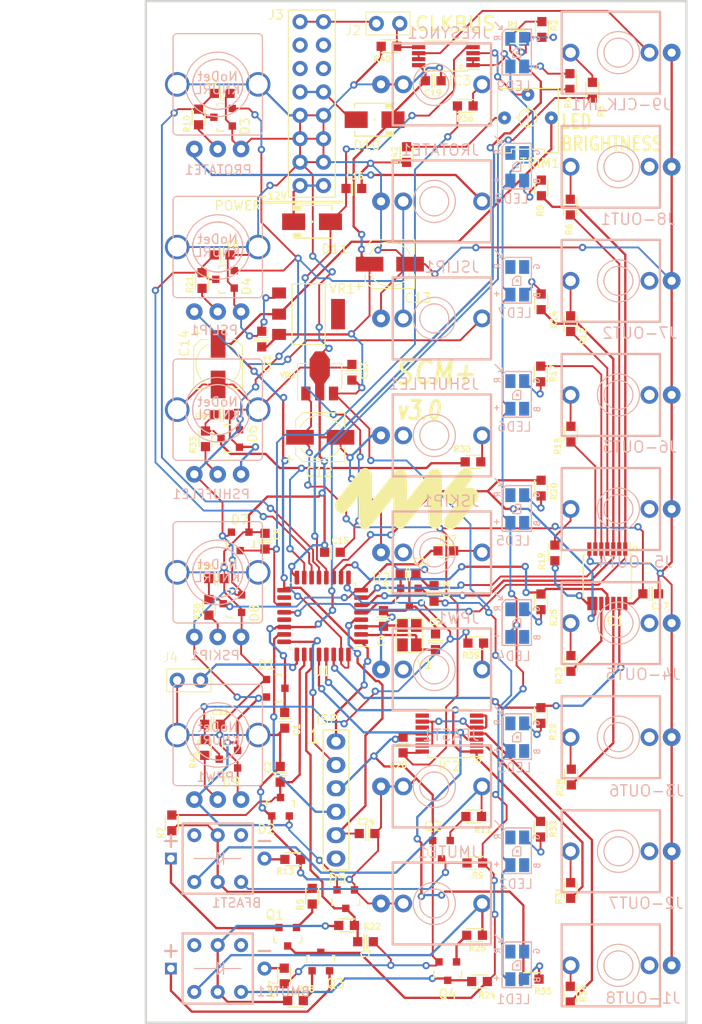
<source format=kicad_pcb>
(kicad_pcb (version 20211014) (generator pcbnew)
  (layers (0 "F.Cu" signal) (31 "B.Cu" signal) (34 "B.Paste" user) (35 "F.Paste" user) (36 "B.SilkS" user "B.Silkscreen") (37 "F.SilkS" user "F.Silkscreen") (38 "B.Mask" user) (39 "F.Mask" user) (44 "Edge.Cuts" user))
  (net 0 "")
  (net 1 "GND")
  (net 2 "+5V")
  (net 3 "Net-(J5-OUT4-Pad1)")
  (net 4 "Net-(BFAST1-Pad8)")
  (net 5 "Net-(BFAST1-Pad7)")
  (net 6 "Net-(BMUTE1-Pad2)")
  (net 7 "Net-(BMUTE1-Pad8)")
  (net 8 "Net-(BMUTE1-Pad7)")
  (net 9 "Net-(JPW1-Pad1)")
  (net 10 "Net-(JRESYNC1-Pad1)")
  (net 11 "Net-(JROTATE1-Pad1)")
  (net 12 "Net-(JSHUFFLE1-Pad1)")
  (net 13 "Net-(JSKIP1-Pad1)")
  (net 14 "Net-(JSLIP1-Pad1)")
  (net 15 "Net-(BFAST1-Pad6)")
  (net 16 "Net-(BFAST1-Pad2)")
  (net 17 "Net-(BFAST1-Pad4)")
  (net 20 "Net-(BMUTE1-Pad6)")
  (net 21 "Net-(BMUTE1-Pad4)")
  (net 24 "/UC_CLK_IN")
  (net 25 "/UC_FAST")
  (net 26 "/UC_ROTATE")
  (net 27 "Net-(C4-Pad1)")
  (net 28 "Net-(C5-Pad1)")
  (net 29 "/UC_SLIP")
  (net 30 "/UC_MUTE")
  (net 31 "/UC_SHUFFLE")
  (net 32 "/UC_SYNC")
  (net 33 "/UC_SKIP")
  (net 34 "/UC_PW")
  (net 35 "+8V")
  (net 36 "+12V")
  (net 37 "-12VA")
  (net 38 "Net-(D10-Pad2)")
  (net 39 "+3V3")
  (net 40 "/UC_OUT1")
  (net 41 "Net-(IC1-Pad2)")
  (net 42 "/UC_OUT2")
  (net 43 "Net-(IC1-Pad4)")
  (net 44 "/UC_OUT3")
  (net 45 "Net-(IC1-Pad6)")
  (net 46 "Net-(IC1-Pad8)")
  (net 47 "/UC_OUT7")
  (net 48 "Net-(IC2-Pad2)")
  (net 49 "/UC_OUT8")
  (net 50 "Net-(IC2-Pad4)")
  (net 52 "/VREF")
  (net 53 "Net-(IC3-Pad3)")
  (net 54 "Net-(IC3-Pad5)")
  (net 55 "/IN-SW")
  (net 56 "+3.3VA")
  (net 62 "Net-(J1-OUT8-Pad1)")
  (net 64 "Net-(J2-OUT7-Pad1)")
  (net 66 "Net-(J3-OUT6-Pad1)")
  (net 68 "Net-(J4-OUT5-Pad1)")
  (net 71 "Net-(J6-OUT3-Pad1)")
  (net 73 "Net-(J7-OUT2-Pad1)")
  (net 75 "Net-(J8-OUT1-Pad1)")
  (net 80 "Net-(LED1-Pad3)")
  (net 82 "Net-(LED2-Pad4)")
  (net 85 "Net-(LED3-Pad4)")
  (net 88 "Net-(LED4-Pad4)")
  (net 91 "Net-(LED5-Pad4)")
  (net 94 "Net-(LED6-Pad4)")
  (net 98 "Net-(LED7-Pad3)")
  (net 101 "Net-(LED8-Pad3)")
  (net 103 "Net-(LED9-Pad4)")
  (net 104 "Net-(LED9-Pad3)")
  (net 105 "Net-(LED9-Pad1)")
  (net 106 "Net-(Q1-Pad1)")
  (net 107 "Net-(Q2-Pad1)")
  (net 108 "Net-(Q3-Pad1)")
  (net 109 "Net-(Q4-Pad1)")
  (net 110 "/UC_LED_IN")
  (net 111 "/RESET")
  (net 112 "Net-(R42-Pad1)")
  (net 113 "Net-(D11-Pad1)")
  (net 114 "Net-(J9-CLK_IN1-Pad1)")
  (net 115 "Net-(IC1-Pad10)")
  (net 116 "Net-(IC1-Pad12)")
  (net 120 "/UC_OUT4")
  (net 121 "/UC_OUT5")
  (net 122 "/UC_OUT6")
  (net 123 "/SWDIO")
  (net 125 "/CLKBUS_PWRHDR")
  (net 126 "/FREERUN_JMP")
  (net 129 "/SWCLK")
  (net 130 "Net-(PPW1-Pad2)")
  (net 131 "Net-(PROTATE1-Pad2)")
  (net 132 "Net-(PSHUFFLE1-Pad2)")
  (net 133 "Net-(PSKIP1-Pad2)")
  (net 134 "Net-(PSLIP1-Pad2)")
  (footprint "4ms_Package_SOT:SOT223" (layer "F.Cu") (at 17.660112 33.96996 -90)
    (fp_text reference "VR1")
    (fp_text value "LD1117S33")
  )
  (footprint "4ms_Resistor:R_0603" (layer "F.Cu") (at 42.86 40.46 -90)
    (fp_text reference "R17")
    (fp_text value "4.7k_0603")
  )
  (footprint "4ms_Capacitor:C_0603" (layer "F.Cu") (at 31.281624 64.276224 90)
    (fp_text reference "C18")
    (fp_text value "0.1uF_0603_16V")
  )
  (footprint "4ms_Capacitor:C_0603" (layer "F.Cu") (at 24.01 90.34)
    (fp_text reference "C24")
    (fp_text value "0.1uF_0603_16V")
  )
  (footprint "4ms_Connector:Pins_1x02_2.54mm_TH" (layer "F.Cu") (at 4.670552 73.70572 -90)
    (fp_text reference "J4")
    (fp_text value "Conn_01x02")
  )
  (footprint "4ms_Connector:Pins_2x08_2.54mm_TH" (layer "F.Cu") (at 18.01 11.12)
    (fp_text reference "J3")
    (fp_text value "POWER")
  )
  (footprint "4ms_Capacitor:C_0603" (layer "F.Cu") (at 54.8 64.32)
    (fp_text reference "C17")
    (fp_text value "0.1uF_0603_16V")
  )
  (footprint "4ms_Crystal:FA-238" (layer "F.Cu") (at 28.604464 68.811648 -90)
    (fp_text reference "Y1")
    (fp_text value "16MHz_18pF_FA238")
  )
  (footprint "4ms_Resistor:R_0603" (layer "F.Cu") (at 46.11 35 90)
    (fp_text reference "R12")
    (fp_text value "1k_0603")
  )
  (footprint "4ms_Resistor:R_0603" (layer "F.Cu") (at 46.07 107.77 90)
    (fp_text reference "R34")
    (fp_text value "1k_0603")
  )
  (footprint "4ms_Resistor:R_0603" (layer "F.Cu") (at 6.1 30.32 90)
    (fp_text reference "R21")
    (fp_text value "470R_0805_350mW")
  )
  (footprint "4ms_Resistor:R_0603" (layer "F.Cu") (at 28.3 16.65 -90)
    (fp_text reference "R42")
    (fp_text value "10k_0603")
  )
  (footprint "4ms_Capacitor:C_0603" (layer "F.Cu") (at 31.441136 69.520816 90)
    (fp_text reference "C5")
    (fp_text value "9pF_0603_50V")
  )
  (footprint "4ms_Resistor:R_0603" (layer "F.Cu") (at 21.79 100.31 180)
    (fp_text reference "R22")
    (fp_text value "470R_0805_350mW")
  )
  (footprint "4ms_Resistor:R_0603" (layer "F.Cu") (at 46.18 84.21 90)
    (fp_text reference "R28")
    (fp_text value "1k_0603")
  )
  (footprint "4ms_Package_SOT:SOT23-3_PO132" (layer "F.Cu") (at 8.59 30.19 90)
    (fp_text reference "D4")
    (fp_text value "BAT54S")
  )
  (footprint "4ms_Resistor:R_0603" (layer "F.Cu") (at 32.56 59.66 180)
    (fp_text reference "R37")
    (fp_text value "100k_0603")
  )
  (footprint "4ms_Package_SOT:SOT23-3_PO132" (layer "F.Cu") (at 32.77 105.27 180)
    (fp_text reference "Q4")
    (fp_text value "Si2318")
  )
  (footprint "4ms_Resistor:R_0603" (layer "F.Cu") (at 42.93 20.27 90)
    (fp_text reference "R8")
    (fp_text value "4.7k_0603")
  )
  (footprint "4ms_Package_SOT:SOT23-3_PO132" (layer "F.Cu") (at 32.09 92.1 180)
    (fp_text reference "Q2")
    (fp_text value "Si2318")
  )
  (footprint "4ms_Package_SOT:SOT23-3_PO132" (layer "F.Cu") (at 21.7 97.46 180)
    (fp_text reference "D5")
    (fp_text value "BAT54S")
  )
  (footprint "4ms_Capacitor:C_0603" (layer "F.Cu") (at 7.23 78.48)
    (fp_text reference "C11")
    (fp_text value "1nF_0603_50V")
  )
  (footprint "4ms_Package_SOT:SOT23-3_PO132" (layer "F.Cu") (at 28.604464 64.718184 180)
    (fp_text reference "U2")
    (fp_text value "AP7384-33")
  )
  (footprint "4ms_Resistor:R_0603" (layer "F.Cu") (at 46.14 71.88 90)
    (fp_text reference "R23")
    (fp_text value "1k_0603")
  )
  (footprint "4ms_Diode:D_SMA" (layer "F.Cu") (at 18.04 23.94)
    (fp_text reference "D11")
    (fp_text value "B140-E3")
  )
  (footprint "4ms_Package_SSOP:TSSOP-14_4.4x5mm_P0.65mm" (layer "F.Cu") (at 32.95 79.49 180)
    (fp_text reference "IC2")
    (fp_text value "40106")
  )
  (footprint "4ms_Resistor:R_0603" (layer "F.Cu") (at 41.83 106.14)
    (fp_text reference "R35")
    (fp_text value "4.7k_0603")
  )
  (footprint "4ms_Capacitor:C_0603" (layer "F.Cu") (at 20.25 59.81 180)
    (fp_text reference "C15")
    (fp_text value "0.1uF_0603_16V")
  )
  (footprint "4ms_Capacitor:C_0603" (layer "F.Cu") (at 22.58 20.33)
    (fp_text reference "C16")
    (fp_text value "0.1uF_0603_16V")
  )
  (footprint "4ms_Resistor:R_0603" (layer "F.Cu") (at 42.91 32.63 90)
    (fp_text reference "R14")
    (fp_text value "4.7k_0603")
  )
  (footprint "4ms_Resistor:R_0603" (layer "F.Cu") (at 35.68 101.38)
    (fp_text reference "R26")
    (fp_text value "100k_0603")
  )
  (footprint "4ms_Capacitor:C_0603" (layer "F.Cu") (at 8.28 27.54)
    (fp_text reference "C6")
    (fp_text value "330pF_0603_35V")
  )
  (footprint "4ms_Resistor:R_0603" (layer "F.Cu") (at 6.39 81 90)
    (fp_text reference "R41")
    (fp_text value "100k_0603")
  )
  (footprint "4ms_Resistor:R_0603" (layer "F.Cu") (at 2.82 89.18 -90)
    (fp_text reference "R7")
    (fp_text value "470R_0805_350mW")
  )
  (footprint "4ms_Resistor:R_0603" (layer "F.Cu") (at 35.71 93.53)
    (fp_text reference "R9")
    (fp_text value "10k_0603")
  )
  (footprint "4ms_Package_SOT:SOT23-3_PO132" (layer "F.Cu") (at 14.62 87.43)
    (fp_text reference "D2")
    (fp_text value "BAT54S")
  )
  (footprint "4ms_Capacitor:C_0603" (layer "F.Cu") (at 27.92 80.73 90)
    (fp_text reference "C20")
    (fp_text value "0.1uF_0603_16V")
  )
  (footprint "4ms_Resistor:R_0603" (layer "F.Cu") (at 44.4 59.88 90)
    (fp_text reference "R19")
    (fp_text value "1k_0603")
  )
  (footprint "4ms_Capacitor:C_0603" (layer "F.Cu") (at 28.459176 62.159896)
    (fp_text reference "C21")
    (fp_text value "10uF_0603_10V")
  )
  (footprint "4ms_Capacitor:C_0603" (layer "F.Cu") (at 25.797256 67.00012 90)
    (fp_text reference "C4")
    (fp_text value "9pF_0603_50V")
  )
  (footprint "4ms_Package_SSOP:TSSOP-14_4.4x5mm_P0.65mm" (layer "F.Cu") (at 50.09 62.42 -90)
    (fp_text reference "IC1")
    (fp_text value "40106")
  )
  (footprint "4ms_Capacitor:C_0603" (layer "F.Cu") (at 7.66 62.67)
    (fp_text reference "C10")
    (fp_text value "1nF_0603_50V")
  )
  (footprint "4ms_Capacitor:C_0603" (layer "F.Cu") (at 8.28 10.01)
    (fp_text reference "C3")
    (fp_text value "330pF_0603_35V")
  )
  (footprint "4ms_Capacitor:CP_Elec_5x5.3" (layer "F.Cu") (at 18.93 47.33)
    (fp_text reference "C12")
    (fp_text value "47uF_5x5.3_16V")
  )
  (footprint "4ms_Capacitor:CP_Elec_5x5.3" (layer "F.Cu") (at 7.84 39.4 -90)
    (fp_text reference "C14")
    (fp_text value "47uF_5x5.3_16V")
  )
  (footprint "4ms_Resistor:R_0603" (layer "F.Cu") (at 40.39 3.89)
    (fp_text reference "R1")
    (fp_text value "4.7k_0603")
  )
  (footprint "4ms_Potentiometer:Pot_Trim_7x6.6mm_T73YE" (layer "F.Cu") (at 41.47 12.67)
    (fp_text reference "TRIM1")
    (fp_text value "TrimPot_T73YEt_10k")
  )
  (footprint "4ms_Connector:Pins_1x06_2.54mm_TH_SWD" (layer "F.Cu") (at 20.638008 86.70544)
    (fp_text reference "J1" hide)
    (fp_text value "Conn_01x06")
  )
  (footprint "4ms_Resistor:R_0603" (layer "F.Cu") (at 16.24 108.47 180)
    (fp_text reference "R18")
    (fp_text value "100k_0603")
  )
  (footprint "4ms_Resistor:R_0603" (layer "F.Cu") (at 35.59 88.49)
    (fp_text reference "R11")
    (fp_text value "100k_0603")
  )
  (footprint "4ms_Resistor:R_0603" (layer "F.Cu") (at 6.84 65.79 90)
    (fp_text reference "R38")
    (fp_text value "100k_0603")
  )
  (footprint "4ms_Capacitor:C_0603" (layer "F.Cu") (at 22.365208 40.27424 90)
    (fp_text reference "C23")
    (fp_text value "0.1uF_0603_16V")
  )
  (footprint "4ms_Resistor:R_0603" (layer "F.Cu") (at 34.67 11.37 180)
    (fp_text reference "R36")
    (fp_text value "470R_0805_350mW")
  )
  (footprint "4ms_Package_SSOP:TSSOP-8_4.4x3mm_Pitch0.65mm" (layer "F.Cu") (at 32.56 5.97 180)
    (fp_text reference "IC3")
    (fp_text value "TL082")
  )
  (footprint "4ms_Resistor:R_0603" (layer "F.Cu") (at 46.03 8.72 90)
    (fp_text reference "R4")
    (fp_text value "10k_0603")
  )
  (footprint "4ms_Capacitor:C_0603" (layer "F.Cu") (at 12.579096 36.669472 90)
    (fp_text reference "C22")
    (fp_text value "0.1uF_0603_16V")
  )
  (footprint "4ms_Package_SOT:SOT23-3_PO132" (layer "F.Cu") (at 8.38 12.6 90)
    (fp_text reference "D3")
    (fp_text value "BAT54S")
  )
  (footprint "4ms_Resistor:R_0603" (layer "F.Cu") (at 6.47 47.5 90)
    (fp_text reference "R33")
    (fp_text value "100k_0603")
  )
  (footprint "4ms_Resistor:R_0603" (layer "F.Cu") (at 42.89 65.19 -90)
    (fp_text reference "R25")
    (fp_text value "4.7k_0603")
  )
  (footprint "4ms_Resistor:R_0603" (layer "F.Cu") (at 42.9 52.85 -90)
    (fp_text reference "R20")
    (fp_text value "4.7k_0603")
  )
  (footprint "4ms_Package_SOT:SOT23-3_PO132" (layer "F.Cu") (at 15.4 101.54 180)
    (fp_text reference "Q1")
    (fp_text value "Si2318")
  )
  (footprint "4ms_Symbol:4msLogo_15.5x6.6mm" (layer "F.Cu") (at 28.32 53.96)
    (fp_text reference "LOGO1" hide)
    (fp_text value "LOGO" hide)
  )
  (footprint "4ms_Package_SOT:SOT89-3" (layer "F.Cu") (at 18.87 41.1 90)
    (fp_text reference "VR2")
    (fp_text value "UA78L08")
  )
  (footprint "4ms_Resistor:R_0603" (layer "F.Cu") (at 46.11 96.52 90)
    (fp_text reference "R31")
    (fp_text value "1k_0603")
  )
  (footprint "4ms_Resistor:R_0603" (layer "F.Cu") (at 15.94 93.14 180)
    (fp_text reference "R13")
    (fp_text value "470R_0805_350mW")
  )
  (footprint "4ms_Resistor:R_0603" (layer "F.Cu") (at 26.39 4.9 180)
    (fp_text reference "R40")
    (fp_text value "470k_0603")
  )
  (footprint "4ms_Resistor:R_0603" (layer "F.Cu") (at 42.84 89.87 -90)
    (fp_text reference "R32")
    (fp_text value "4.7k_0603")
  )
  (footprint "4ms_Diode:D_SMA" (layer "F.Cu") (at 24.82596 12.86256 180)
    (fp_text reference "D10")
    (fp_text value "B140-E3")
  )
  (footprint "4ms_Capacitor:CP_Elec_5x5.3" (layer "F.Cu") (at 26.48 28.54)
    (fp_text reference "C13")
    (fp_text value "47uF_5x5.3_16V")
  )
  (footprint "4ms_Package_SOT:SOT23-3_PO132" (layer "F.Cu") (at 9.16 47.46 90)
    (fp_text reference "D6")
    (fp_text value "BAT54S")
  )
  (footprint "4ms_Resistor:R_0603" (layer "F.Cu") (at 5.72 12.57 90)
    (fp_text reference "R10")
    (fp_text value "470R_0805_350mW")
  )
  (footprint "4ms_Resistor:R_0603" (layer "F.Cu") (at 42.88 77.53 -90)
    (fp_text reference "R29")
    (fp_text value "4.7k_0603")
  )
  (footprint "4ms_Resistor:R_0603" (layer "F.Cu") (at 15.02 105.8 90)
    (fp_text reference "R27")
    (fp_text value "470R_0805_350mW")
  )
  (footprint "4ms_Capacitor:C_0603" (layer "F.Cu") (at 14.58 83.91 90)
    (fp_text reference "C2")
    (fp_text value "1nF_0603_50V")
  )
  (footprint "4ms_Capacitor:C_0603" (layer "F.Cu") (at 8.26 44.89)
    (fp_text reference "C8")
    (fp_text value "1nF_0603_50V")
  )
  (footprint "4ms_Package_SOT:SOT23-3_PO132" (layer "F.Cu") (at 14.1 74.57 -90)
    (fp_text reference "D1")
    (fp_text value "BAT54S")
  )
  (footprint "4ms_Resistor:R_0603" (layer "F.Cu") (at 36.22 106.4)
    (fp_text reference "R24")
    (fp_text value "10k_0603")
  )
  (footprint "4ms_Resistor:R_0603" (layer "F.Cu") (at 46.14 46.99 90)
    (fp_text reference "R15")
    (fp_text value "1k_0603")
  )
  (footprint "4ms_Connector:Pins_1x02_2.54mm_TH" (layer "F.Cu") (at 26.29 2.42 -90)
    (fp_text reference "J2")
    (fp_text value "Conn_01x02")
  )
  (footprint "4ms_Package_SOT:SOT23-3_PO132" (layer "F.Cu") (at 10.24 58.63 180)
    (fp_text reference "D7")
    (fp_text value "BAT54S")
  )
  (footprint "4ms_Resistor:R_0603" (layer "F.Cu") (at 35.810952 69.668136 180)
    (fp_text reference "R39")
    (fp_text value "100k_0603")
  )
  (footprint "4ms_Package_SOT:SOT23-3_PO132" (layer "F.Cu") (at 8.96 82.27 90)
    (fp_text reference "D9")
    (fp_text value "BAT54S")
  )
  (footprint "4ms_Resistor:R_0603" (layer "F.Cu") (at 48.47 9.66 -90)
    (fp_text reference "R3")
    (fp_text value "470R_0805_350mW")
  )
  (footprint "4ms_Resistor:R_0603" (layer "F.Cu") (at 46.07 22.35 90)
    (fp_text reference "R6")
    (fp_text value "1k_0603")
  )
  (footprint "4ms_Capacitor:C_0603" (layer "F.Cu") (at 12.94 58.61 90)
    (fp_text reference "C9")
    (fp_text value "1nF_0603_50V")
  )
  (footprint "4ms_Capacitor:C_0603" (layer "F.Cu") (at 23.84 102.08)
    (fp_text reference "C7")
    (fp_text value "1nF_0603_50V")
  )
  (footprint "Package_QFP:LQFP-32_7x7mm_P0.8mm" (layer "F.Cu") (at 19.19 66.73 180)
    (fp_text reference "U1")
    (fp_text value "STM32F030K6Tx")
  )
  (footprint "4ms_Resistor:R_0603" (layer "F.Cu") (at 18.06 97.14 90)
    (fp_text reference "R5")
    (fp_text value "100k_0603")
  )
  (footprint "4ms_Capacitor:C_0603" (layer "F.Cu") (at 15.07 78.05 -90)
    (fp_text reference "C1")
    (fp_text value "330pF_0603_35V")
  )
  (footprint "4ms_Resistor:R_0603" (layer "F.Cu") (at 35.51 50 180)
    (fp_text reference "R30")
    (fp_text value "100k_0603")
  )
  (footprint "4ms_Capacitor:C_0603" (layer "F.Cu") (at 31.194248 8.639048)
    (fp_text reference "C19")
    (fp_text value "0.1uF_0603_16V")
  )
  (footprint "4ms_Package_SOT:SOT23-3_PO132" (layer "F.Cu") (at 9.39 65.39 90)
    (fp_text reference "D8")
    (fp_text value "BAT54S")
  )
  (footprint "4ms_Resistor:R_0603" (layer "F.Cu") (at 42.99 3.07 -90)
    (fp_text reference "R2")
    (fp_text value "4.7k_0603")
  )
  (footprint "4ms_Package_SOT:SOT23-3_PO132" (layer "F.Cu") (at 18.99 104.23)
    (fp_text reference "Q3")
    (fp_text value "Si2318")
  )
  (footprint "4ms_Jack:EighthInch_PJ398SM" (layer "B.Cu") (at 51.308 17.9705)
    (fp_text reference "J8-OUT1")
    (fp_text value "JACK-MONO-SWB" hide)
  )
  (footprint "4ms_Switch:Button_LED_PB61303" (layer "B.Cu") (at 7.7978 93.0529 180)
    (fp_text reference "BFAST1")
    (fp_text value "Button_DPDT_Orange_Latching")
  )
  (footprint "4ms_Jack:EighthInch_PJ398SM" (layer "B.Cu") (at 31.2928 9.0297 180)
    (fp_text reference "JRESYNC1")
    (fp_text value "JRESYNC" hide)
  )
  (footprint "4ms_Jack:EighthInch_PJ398SM" (layer "B.Cu") (at 31.2928 34.4297 180)
    (fp_text reference "JSLIP1")
    (fp_text value "JSLIP" hide)
  )
  (footprint "4ms_Potentiometer:Pot_9mm_Knurl_NoDet" (layer "B.Cu") (at 7.7978 44.3357)
    (fp_text reference "PSHUFFLE1")
    (fp_text value "9mm_NoDet_100k_Knurled_Lined")
  )
  (footprint "4ms_LED:LED_PLCC-4" (layer "B.Cu") (at 40.31742 92.2655 -90)
    (fp_text reference "LED2")
    (fp_text value "GREEN" hide)
  )
  (footprint "4ms_Jack:EighthInch_PJ398SM" (layer "B.Cu") (at 51.308 30.353)
    (fp_text reference "J7-OUT2")
    (fp_text value "JACK-MONO-SWB" hide)
  )
  (footprint "4ms_Jack:EighthInch_PJ398SM" (layer "B.Cu") (at 51.308 42.7355)
    (fp_text reference "J6-OUT3")
    (fp_text value "JACK-MONO-SWB" hide)
  )
  (footprint "4ms_Potentiometer:Pot_9mm_Knurl_NoDet" (layer "B.Cu") (at 7.7978 26.6827)
    (fp_text reference "PSLIP1")
    (fp_text value "9mm_NoDet_100k_Knurled_Lined")
  )
  (footprint "4ms_Potentiometer:Pot_9mm_Knurl_NoDet" (layer "B.Cu") (at 7.7978 79.6417)
    (fp_text reference "PPW1")
    (fp_text value "9mm_NoDet_100k_Knurled_Lined")
  )
  (footprint "4ms_Jack:EighthInch_PJ398SM" (layer "B.Cu") (at 51.308 104.648)
    (fp_text reference "J1-OUT8")
    (fp_text value "JACK-MONO-SWB" hide)
  )
  (footprint "4ms_Jack:EighthInch_PJ398SM" (layer "B.Cu") (at 31.2928 72.5297 180)
    (fp_text reference "JPW1")
    (fp_text value "JPW" hide)
  )
  (footprint "4ms_Jack:EighthInch_PJ398SM" (layer "B.Cu") (at 31.2928 97.9297 180)
    (fp_text reference "JMUTE1")
    (fp_text value "3.5mm_Stereo_SymSmall_0.05" hide)
  )
  (footprint "4ms_Switch:Button_LED_PB61303" (layer "B.Cu") (at 7.7978 104.9909 180)
    (fp_text reference "BMUTE1")
    (fp_text value "Button_DPDT_Orange_Latching")
  )
  (footprint "4ms_Jack:EighthInch_PJ398SM" (layer "B.Cu") (at 51.308 5.588)
    (fp_text reference "J9-CLK_IN1")
    (fp_text value "JCLK_IN" hide)
  )
  (footprint "4ms_Jack:EighthInch_PJ398SM" (layer "B.Cu") (at 31.2928 59.8297 180)
    (fp_text reference "JSKIP1")
    (fp_text value "JSKIP" hide)
  )
  (footprint "4ms_Jack:EighthInch_PJ398SM" (layer "B.Cu") (at 51.308 92.2655)
    (fp_text reference "J2-OUT7")
    (fp_text value "JACK-MONO-SWB" hide)
  )
  (footprint "4ms_Jack:EighthInch_PJ398SM" (layer "B.Cu") (at 51.308 67.5005)
    (fp_text reference "J4-OUT5")
    (fp_text value "JACK-MONO-SWB" hide)
  )
  (footprint "4ms_Jack:EighthInch_PJ398SM" (layer "B.Cu") (at 31.2928 47.1297 180)
    (fp_text reference "JSHUFFLE1")
    (fp_text value "JSHUFFLE" hide)
  )
  (footprint "4ms_Jack:EighthInch_PJ398SM" (layer "B.Cu") (at 31.2928 85.2297 180)
    (fp_text reference "JFAST1")
    (fp_text value "3.5mm_Stereo_SymSmall_0.05" hide)
  )
  (footprint "4ms_LED:LED_PLCC-4" (layer "B.Cu") (at 40.31742 42.7355 -90)
    (fp_text reference "LED6")
    (fp_text value "GREEN" hide)
  )
  (footprint "4ms_Potentiometer:Pot_9mm_Knurl_NoDet" (layer "B.Cu") (at 7.7978 61.9887)
    (fp_text reference "PSKIP1")
    (fp_text value "9mm_NoDet_100k_Knurled_Lined")
  )
  (footprint "4ms_LED:LED_PLCC-4" (layer "B.Cu") (at 40.31742 5.588 -90)
    (fp_text reference "LED9")
    (fp_text value "WHITE" hide)
  )
  (footprint "4ms_Potentiometer:Pot_9mm_Knurl_NoDet" (layer "B.Cu") (at 7.7978 9.0297)
    (fp_text reference "PROTATE1")
    (fp_text value "9mm_NoDet_100k_Knurled_Lined")
  )
  (footprint "4ms_LED:LED_PLCC-4" (layer "B.Cu") (at 40.31742 30.353 -90)
    (fp_text reference "LED7")
    (fp_text value "BLUE" hide)
  )
  (footprint "4ms_LED:LED_PLCC-4" (layer "B.Cu") (at 40.31742 67.5005 -90)
    (fp_text reference "LED4")
    (fp_text value "GREEN" hide)
  )
  (footprint "4ms_Jack:EighthInch_PJ398SM" (layer "B.Cu") (at 51.308 79.883)
    (fp_text reference "J3-OUT6")
    (fp_text value "JACK-MONO-SWB" hide)
  )
  (footprint "4ms_LED:LED_PLCC-4" (layer "B.Cu") (at 40.31742 17.9705 -90)
    (fp_text reference "LED8")
    (fp_text value "BLUE" hide)
  )
  (footprint "4ms_LED:LED_PLCC-4" (layer "B.Cu") (at 40.31742 55.118 -90)
    (fp_text reference "LED5")
    (fp_text value "GREEN" hide)
  )
  (footprint "4ms_LED:LED_PLCC-4" (layer "B.Cu") (at 40.31742 79.883 -90)
    (fp_text reference "LED3")
    (fp_text value "GREEN" hide)
  )
  (footprint "4ms_Jack:EighthInch_PJ398SM" (layer "B.Cu") (at 51.308 55.118)
    (fp_text reference "J5-OUT4")
    (fp_text value "JACK-MONO-SWB" hide)
  )
  (footprint "4ms_Jack:EighthInch_PJ398SM" (layer "B.Cu") (at 31.2928 21.7297 180)
    (fp_text reference "JROTATE1")
    (fp_text value "JROTATE" hide)
  )
  (footprint "4ms_LED:LED_PLCC-4" (layer "B.Cu") (at 40.31742 104.648 -90)
    (fp_text reference "LED1")
    (fp_text value "BLUE" hide)
  )
  (gr_line (start 25.951688 63.315088) (end 26.676096 64.270128) (layer "F.SilkS") (width 0.2))
  (gr_circle (center 36.1 82.4) (end 36.3 82.5) (layer "F.SilkS") (width 0.15) (fill none))
  (gr_line (start 12.73 21.81) (end 21.281326 21.81222) (layer "F.SilkS") (width 0.3))
  (gr_circle (center 53.1 59.4) (end 53.3 59.5) (layer "F.SilkS") (width 0.15) (fill none))
  (gr_line (start 58.674 0) (end 58.674 110.871) (layer "Edge.Cuts") (width 0.254))
  (gr_line (start 58.674 110.871) (end 0 110.871) (layer "Edge.Cuts") (width 0.254))
  (gr_line (start 0 0) (end 58.674 0) (layer "Edge.Cuts") (width 0.254))
  (gr_line (start 0 110.871) (end 0 0) (layer "Edge.Cuts") (width 0.254))
  (gr_text "-12V" (at 13.77 21.13) (layer "F.SilkS") (effects (font (size 0.762 0.762))))
  (gr_text "CLKBUS" (at 33.58 2.45) (layer "F.SilkS") (effects (font (size 1.5 1.5) (thickness 0.25))))
  (gr_text "SCM+" (at 26.92 40.35) (layer "F.SilkS") (effects (font (size 2.5 2) (thickness 0.35) italic) (justify left)))
  (gr_text "v3.0" (at 27.05 44.42) (layer "F.SilkS") (effects (font (size 2 1.5) (thickness 0.35) italic) (justify left)))
  (gr_text "ISP" (at 19.677888 77.98308) (layer "F.SilkS") (effects (font (size 1 1))))
  (gr_text "POWER" (at 10 22.2) (layer "F.SilkS") (effects (font (size 1 1))))
  (gr_text "LED\nBRIGHTNESS" (at 44.931584 14.289024) (layer "F.SilkS") (effects (font (size 1.5 1.2) (thickness 0.25)) (justify left)))
  (segment (start 25.527 55.027) (end 22.34 51.84) (width 0.2032) (layer "F.Cu") (net 1))
  (segment (start 13.09924 73.62) (end 12.94 73.62) (width 0.2032) (layer "F.Cu") (net 1))
  (segment (start 11.894312 48.37684) (end 10.19392 48.37684) (width 0.25) (layer "F.Cu") (net 1))
  (segment (start 28.170748 66.15012) (end 28.604464 65.716404) (width 0.25) (layer "F.Cu") (net 1))
  (segment (start 55.65 62.29) (end 55.65 64.32) (width 0.2032) (layer "F.Cu") (net 1))
  (segment (start 9.96076 86.277066) (end 10.337637 86.653943) (width 0.2032) (layer "F.Cu") (net 1))
  (segment (start 16.74 17.47) (end 14.214487 19.995513) (width 0.2032) (layer "F.Cu") (net 1))
  (segment (start 16.75952 39.7665) (end 12.192163 44.333857) (width 0.2032) (layer "F.Cu") (net 1))
  (segment (start 36.949511 77.614511) (end 36.949511 78.739511) (width 0.25) (layer "F.Cu") (net 1))
  (segment (start 25.527 89.673) (end 24.86 90.34) (width 0.2032) (layer "F.Cu") (net 1))
  (segment (start 11.19 57.62924) (end 10.58675 57.62924) (width 0.2032) (layer "F.Cu") (net 1))
  (segment (start 57.0738 104.648) (end 57.0738 92.2655) (width 0.25) (layer "F.Cu") (net 1))
  (segment (start 32.044248 7.410312) (end 31.87192 7.237984) (width 0.25) (layer "F.Cu") (net 1))
  (segment (start 19.617528 37.685472) (end 18.87 38.433) (width 0.2032) (layer "F.Cu") (net 1))
  (segment (start 8.889599 30.438839) (end 9.59076 31.14) (width 0.2032) (layer "F.Cu") (net 1))
  (segment (start 27.306984 79.88) (end 27.080464 80.10652) (width 0.25) (layer "F.Cu") (net 1))
  (segment (start 30.3 28.54) (end 31.37 29.61) (width 0.2032) (layer "F.Cu") (net 1))
  (segment (start 16.74 17.47) (end 18.117312 18.847312) (width 0.2032) (layer "F.Cu") (net 1))
  (segment (start 28.4703 85.2297) (end 29.34 84.36) (width 0.25) (layer "F.Cu") (net 1))
  (segment (start 13.67 90.02) (end 13.67 89.21) (width 0.25) (layer "F.Cu") (net 1))
  (segment (start 31.76 78.19) (end 31.79 78.16) (width 0.2032) (layer "F.Cu") (net 1))
  (segment (start 16.79 93.14) (end 16.79 94.59) (width 0.25) (layer "F.Cu") (net 1))
  (segment (start 21.13 48.5) (end 21.13 47.33) (width 0.2032) (layer "F.Cu") (net 1))
  (segment (start 10.39076 66.007508) (end 8.51 64.126748) (width 0.2032) (layer "F.Cu") (net 1))
  (segment (start 25.527 85.2297) (end 25.527 89.673) (width 0.2032) (layer "F.Cu") (net 1))
  (segment (start 31.441136 67.903026) (end 31.441136 68.670816) (width 0.25) (layer "F.Cu") (net 1))
  (segment (start 18.87 39.7665) (end 22.022948 39.7665) (width 0.2032) (layer "F.Cu") (net 1))
  (segment (start 25.54 6.13) (end 22.57 9.1) (width 0.25) (layer "F.Cu") (net 1))
  (segment (start 21.19 71.93) (end 21.6 72.34) (width 0.2032) (layer "F.Cu") (net 1))
  (segment (start 28.31 79.49) (end 30 79.49) (width 0.2032) (layer "F.Cu") (net 1))
  (segment (start 31.09 80.6282) (end 31.09 79.3282) (width 0.2032) (layer "F.Cu") (net 1))
  (segment (start 24.12046 97.9297) (end 22.65 96.45924) (width 0.2032) (layer "F.Cu") (net 1))
  (segment (start 25.527 31.693) (end 28.68 28.54) (width 0.2032) (layer "F.Cu") (net 1))
  (segment (start 12.94 73.62) (end 8.08 78.48) (width 0.2032) (layer "F.Cu") (net 1))
  (segment (start 21.99 72.28) (end 21.99 70.905) (width 0.2032) (layer "F.Cu") (net 1))
  (segment (start 8.08 78.48) (end 8.08 79.58) (width 0.2032) (layer "F.Cu") (net 1))
  (segment (start 47.4 26.73) (end 35.84 26.73) (width 0.2032) (layer "F.Cu") (net 1))
  (segment (start 16.74 14.93) (end 11.44958 14.93) (width 0.2032) (layer "F.Cu") (net 1))
  (segment (start 13.19 53.77) (end 18.754112 53.77) (width 0.25) (layer "F.Cu") (net 1))
  (segment (start 30.949022 80.79) (end 30 80.79) (width 0.25) (layer "F.Cu") (net 1))
  (segment (start 12.192163 79.639857) (end 14.330143 79.639857) (width 0.25) (layer "F.Cu") (net 1))
  (segment (start 9.96076 83.22) (end 9.96076 86.277066) (width 0.2032) (layer "F.Cu") (net 1))
  (segment (start 8.08 80.73599) (end 9.96076 82.61675) (width 0.2032) (layer "F.Cu") (net 1))
  (segment (start 21.19 69.078492) (end 16.694564 64.583056) (width 0.2032) (layer "F.Cu") (net 1))
  (segment (start 12.80924 57.62924) (end 12.94 57.76) (width 0.2032) (layer "F.Cu") (net 1))
  (segment (start 28.68 28.54) (end 27.15 27.01) (width 0.2032) (layer "F.Cu") (net 1))
  (segment (start 16.694564 64.583056) (end 16.477488 64.583056) (width 0.2032) (layer "F.Cu") (net 1))
  (segment (start 18.754112 53.77) (end 19.13636 53.387752) (width 0.25) (layer "F.Cu") (net 1))
  (segment (start 13.67 88.43076) (end 13.507872 88.43076) (width 0.25) (layer "F.Cu") (net 1))
  (segment (start 7.84 41.6) (end 9.454294 41.6) (width 0.2032) (layer "F.Cu") (net 1))
  (segment (start 8.08 79.58) (end 8.016457 79.643543) (width 0.2032) (layer "F.Cu") (net 1))
  (segment (start 35.9 77.54) (end 36.875 77.54) (width 0.25) (layer "F.Cu") (net 1))
  (segment (start 14.58 83.06) (end 12.458192 85.181808) (width 0.25) (layer "F.Cu") (net 1))
  (segment (start 8.889599 27.780401) (end 8.889599 30.438839) (width 0.2032) (layer "F.Cu") (net 1))
  (segment (start 15.07 78.9) (end 14.58 79.39) (width 0.25) (layer "F.Cu") (net 1))
  (segment (start 6.14098 41.6) (end 7.84 41.6) (width 0.2032) (layer "F.Cu") (net 1))
  (segment (start 24.69 102.08) (end 26.59 103.98) (width 0.2032) (layer "F.Cu") (net 1))
  (segment (start 13.928968 32.201104) (end 14.460112 31.66996) (width 0.2032) (layer "F.Cu") (net 1))
  (segment (start 31.14 103.6525) (end 31.14 91.1625) (width 0.2032) (layer "F.Cu") (net 1))
  (segment (start 25.527 97.9297) (end 27.94 97.9297) (width 0.2032) (layer "F.Cu") (net 1))
  (segment (start 34.43 78.14) (end 35.13 78.84) (width 0.2032) (layer "F.Cu") (net 1))
  (segment (start 27.92 79.88) (end 28.31 79.49) (width 0.2032) (layer "F.Cu") (net 1))
  (segment (start 10.337637 70.858397) (end 13.09924 73.62) (width 0.2032) (layer "F.Cu") (net 1))
  (segment (start 22.65 96.45924) (end 22.65 95.861052) (width 0.2032) (layer "F.Cu") (net 1))
  (segment (start 8.496808 59.719182) (end 8.496808 61.469016) (width 0.2032) (layer "F.Cu") (net 1))
  (segment (start 9.38076 13.55) (end 9.38076 15.085066) (width 0.2032) (layer "F.Cu") (net 1))
  (segment (start 16.74 17.47) (end 19.28 17.47) (width 0.2032) (layer "F.Cu") (net 1))
  (segment (start 11.33638 27.54) (end 12.191837 26.684543) (width 0.2032) (layer "F.Cu") (net 1))
  (segment (start 12.579096 35.047936) (end 12.818872 34.80816) (width 0.2032) (layer "F.Cu") (net 1))
  (segment (start 9.96076 82.61675) (end 9.96076 83.22) (width 0.2032) (layer "F.Cu") (net 1))
  (segment (start 14.58 79.39) (end 14.58 83.06) (width 0.25) (layer "F.Cu") (net 1))
  (segment (start 3.400552 73.70572) (end 3.400552 79.640658) (width 0.2032) (layer "F.Cu") (net 1))
  (segment (start 25.527 34.4297) (end 25.527 31.693) (width 0.2032) (layer "F.Cu") (net 1))
  (segment (start 9.454294 41.6) (end 12.191837 44.337543) (width 0.2032) (layer "F.Cu") (net 1))
  (segment (start 10.39076 68.94782) (end 10.337637 69.000943) (width 0.2032) (layer "F.Cu") (net 1))
  (segment (start 11.19 55.77) (end 13.19 53.77) (width 0.25) (layer "F.Cu") (net 1))
  (segment (start 16.74 14.93) (end 16.74 17.47) (width 0.2032) (layer "F.Cu") (net 1))
  (segment (start 30.575504 63.426224) (end 29.309176 62.159896) (width 0.25) (layer "F.Cu") (net 1))
  (segment (start 29.254514 65.716404) (end 31.441136 67.903026) (width 0.25) (layer "F.Cu") (net 1))
  (segment (start 16.39 62.555) (end 15.835376 62.000376) (width 0.25) (layer "F.Cu") (net 1))
  (segment (start 19.4 59.81) (end 19.4 53.651392) (width 0.25) (layer "F.Cu") (net 1))
  (segment (start 8.679599 10.460401) (end 8.679599 12.848839) (width 0.2032) (layer "F.Cu") (net 1))
  (segment (start 18.87 39.7665) (end 16.75952 39.7665) (width 0.2032) (layer "F.Cu") (net 1))
  (segment (start 10.39076 66.34) (end 10.39076 68.94782) (width 0.2032) (layer "F.Cu") (net 1))
  (segment (start 19.28 17.47) (end 19.28 14.93) (width 0.2032) (layer "F.Cu") (net 1))
  (segment (start 15.835376 62.000376) (end 15.835376 61.347096) (width 0.25) (layer "F.Cu") (net 1))
  (segment (start 31.14 91.1625) (end 31.14 86.16) (width 0.25) (layer "F.Cu") (net 1))
  (segment (start 57.0738 55.118) (end 57.0738 60.8662) (width 0.25) (layer "F.Cu") (net 1))
  (segment (start 28.04 83.06) (end 25.8846 83.06) (width 0.25) (layer "F.Cu") (net 1))
  (segment (start 13.507872 88.43076) (end 12.632944 87.555832) (width 0.25) (layer "F.Cu") (net 1))
  (segment (start 16.79 93.14) (end 13.67 90.02) (width 0.25) (layer "F.Cu") (net 1))
  (segment (start 31.82 104.3325) (end 31.14 103.6525) (width 0.2032) (layer "F.Cu") (net 1))
  (segment (start 9.662457 44.337543) (end 12.191837 44.337543) (width 0.2032) (layer "F.Cu") (net 1))
  (segment (start 31.09 79.3282) (end 30.9282 79.49) (width 0.2032) (layer "F.Cu") (net 1))
  (segment (start 31.281624 63.426224) (end 30.575504 63.426224) (width 0.25) (layer "F.Cu") (net 1))
  (segment (start 8.679599 12.848839) (end 9.38076 13.55) (width 0.2032) (layer "F.Cu") (net 1))
  (segment (start 8.51 64.126748) (end 8.51 62.67) (width 0.2032) (layer "F.Cu") (net 1))
  (segment (start 9.13 10.01) (end 8.679599 10.460401) (width 0.2032) (layer "F.Cu") (net 1))
  (segment (start 25.527 59.8297) (end 25.527 55.027) (width 0.2032) (layer "F.Cu") (net 1))
  (segment (start 23.43 18.56) (end 24.39 17.6) (width 0.25) (layer "F.Cu") (net 1))
  (segment (start 30 78.19) (end 30.9282 78.19) (width 0.2032) (layer "F.Cu") (net 1))
  (segment (start 19.38 49.94) (end 18.87 49.43) (width 0.25) (layer "F.Cu") (net 1))
  (segment (start 9.11 44.89) (end 9.662457 44.337543) (width 0.2032) (layer "F.Cu") (net 1))
  (segment (start 23.43 20.33) (end 23.43 18.56) (width 0.25) (layer "F.Cu") (net 1))
  (segment (start 35.84 26.73) (end 35.82 26.75) (width 0.2032) (layer "F.Cu") (net 1))
  (segment (start 28.3 17.5) (end 24.49 17.5) (width 0.2032) (layer "F.Cu") (net 1))
  (segment (start 18.87 49.43) (end 18.87 47.33) (width 0.25) (layer "F.Cu") (net 1))
  (segment (start 8.08 78.48) (end 8.08 80.73599) (width 0.2032) (layer "F.Cu") (net 1))
  (segment (start 21.19 70.905) (end 21.19 69.078492) (width 0.2032) (layer "F.Cu") (net 1))
  (segment (start 11.259312 36.336224) (end 12.062344 36.336224) (width 0.2032) (layer "F.Cu") (net 1))
  (segment (start 30.9282 78.19) (end 31.09 78.3518) (width 0.2032) (layer "F.Cu") (net 1))
  (segment (start 25.21 90.69) (end 25.21 92.201052) (width 0.2032) (layer "F.Cu") (net 1))
  (segment (start 12.458192 85.181808) (end 12.458192 85.822536) (width 0.25) (layer "F.Cu") (net 1))
  (segment (start 36.875 77.54) (end 36.949511 77.614511) (width 0.25) (layer "F.Cu") (net 1))
  (segment (start 32.044248 8.639048) (end 32.044248 7.410312) (width 0.25) (layer "F.Cu") (net 1))
  (segment (start 55.84 62.1) (end 57.0738 63.3338) (width 0.2032) (layer "F.Cu") (net 1))
  (segment (start 18.817336 30.77464) (end 18.817336 35.3822) (width 0.2032) (layer "F.Cu") (net 1))
  (segment (start 16.57 105.32) (end 15.24 106.65) (width 0.2032) (layer "F.Cu") (net 1))
  (segment (start 13.033248 32.201104) (end 13.928968 32.201104) (width 0.2032) (layer "F.Cu") (net 1))
  (segment (start 29.34 84.36) (end 28.04 83.06) (width 0.25) (layer "F.Cu") (net 1))
  (segment (start 25.8846 83.06) (end 24.753824 81.929224) (width 0.25) (layer "F.Cu") (net 1))
  (segment (start 25.527 97.9297) (end 24.12046 97.9297) (width 0.2032) (layer "F.Cu") (net 1))
  (segment (start 16.79 94.59) (end 16.8 94.6) (width 0.25) (layer "F.Cu") (net 1))
  (segment (start 30.9282 79.49) (end 30 79.49) (width 0.2032) (layer "F.Cu") (net 1))
  (segment (start 20.2184 29.373576) (end 18.817336 30.77464) (width 0.2032) (layer "F.Cu") (net 1))
  (segment (start 26.717865 66.851865) (end 26.499001 66.851865) (width 0.25) (layer "F.Cu") (net 1))
  (segment (start 3.400552 79.640658) (end 3.403437 79.643543) (width 0.2032) (layer "F.Cu") (net 1))
  (segment (start 10.58675 57.62924) (end 8.496808 59.719182) (width 0.2032) (layer "F.Cu") (net 1))
  (segment (start 26.59 103.98) (end 26.59 104.64) (width 0.2032) (layer "F.Cu") (net 1))
  (segment (start 30.42 104.67) (end 31.4825 104.67) (width 0.2032) (layer "F.Cu") (net 1))
  (segment (start 27.92 79.88) (end 27.306984 79.88) (width 0.25) (layer "F.Cu") (net 1))
  (segment (start 22.65 95.861052) (end 22.1 95.311052) (width 0.2032) (layer "F.Cu") (net 1))
  (segment (start 27.15 27.01) (end 25.19 27.01) (width 0.2032) (layer "F.Cu") (net 1))
  (segment (start 21.93 72.34) (end 21.99 72.28) (width 0.2032) (layer "F.Cu") (net 1))
  (segment (start 22.022948 39.7665) (end 22.365208 39.42424) (width 0.2032) (layer "F.Cu") (net 1))
  (segment (start 31.09 78.3518) (end 31.09 79.3282) (width 0.2032) (layer "F.Cu") (net 1))
  (segment (start 10.337637 69.000943) (end 10.337637 70.858397) (width 0.2032) (layer "F.Cu") (net 1))
  (segment (start 13.67 89.21) (end 13.67 88.43076) (width 0.25) (layer "F.Cu") (net 1))
  (segment (start 36.849022 78.84) (end 35.9 78.84) (width 0.25) (layer "F.Cu") (net 1))
  (segment (start 11.44958 14.93) (end 10.337637 16.041943) (width 0.2032) (layer "F.Cu") (net 1))
  (segment (start 36.949511 78.739511) (end 36.849022 78.84) (width 0.25) (layer "F.Cu") (net 1))
  (segment (start 48.14 59.47) (end 48.14 60.71696) (width 0.2032) (layer "F.Cu") (net 1))
  (segment (start 12.062344 36.336224) (end 12.579096 35.819472) (width 0.2032) (layer "F.Cu") (net 1))
  (segment (start 14.330143 79.639857) (end 15.07 78.9) (width 0.25) (layer "F.Cu") (net 1))
  (segment (start 21.19 70.905) (end 21.19 71.93) (width 0.2032) (layer "F.Cu") (net 1))
  (segment (start 30 78.19) (end 31.76 78.19) (width 0.2032) (layer "F.Cu") (net 1))
  (segment (start 48.14 60.71696) (end 48.23152 60.80848) (width 0.2032) (layer "F.Cu") (net 1))
  (segment (start 21.13 47.33) (end 18.87 47.33) (width 0.25) (layer "F.Cu") (net 1))
  (segment (start 24.86 90.34) (end 25.21 90.69) (width 0.2032) (layer "F.Cu") (net 1))
  (segment (start 29.789744 61.679328) (end 29.309176 62.159896) (width 0.2032) (layer "F.Cu") (net 1))
  (segment (start 9.13 27.54) (end 8.889599 27.780401) (width 0.2032) (layer "F.Cu") (net 1))
  (segment (start 3.403437 44.337543) (end 6.14098 41.6) (width 0.2032) (layer "F.Cu") (net 1))
  (segment (start 57.0738 60.8662) (end 55.84 62.1) (width 0.25) (layer "F.Cu") (net 1))
  (segment (start 9.11 44.89) (end 9.11 47.377199) (width 0.2032) (layer "F.Cu") (net 1))
  (segment (start 30 80.79) (end 30.9282 80.79) (width 0.2032) (layer "F.Cu") (net 1))
  (segment (start 11.19 57.62924) (end 11.19 55.77) (width 0.25) (layer "F.Cu") (net 1))
  (segment (start 35.13 78.84) (end 35.9 78.84) (width 0.2032) (layer "F.Cu") (net 1))
  (segment (start 31.4825 104.67) (end 31.82 104.3325) (width 0.2032) (layer "F.Cu") (net 1))
  (segment (start 30.9282 80.79) (end 31.09 80.6282) (width 0.2032) (layer "F.Cu") (net 1))
  (segment (start 30.257496 61.679328) (end 29.789744 61.679328) (width 0.2032) (layer "F.Cu") (net 1))
  (segment (start 57.0738 92.2655) (end 57.0738 79.883) (width 0.25) (layer "F.Cu") (net 1))
  (segment (start 19.28 14.93) (end 19.28 12.39) (width 0.2032) (layer "F.Cu") (net 1))
  (segment (start 57.0738 30.353) (end 57.0738 42.7355) (width 0.25) (layer "F.Cu") (net 1))
  (segment (start 22.16 49.53) (end 21.13 48.5) (width 0.2032) (layer "F.Cu") (net 1))
  (segment (start 10.39076 66.34) (end 10.39076 66.007508) (width 0.2032) (layer "F.Cu") (net 1))
  (segment (start 16.74 12.39) (end 19.28 12.39) (width 0.2032) (layer "F.Cu") (net 1))
  (segment (start 12.579096 35.819472) (end 12.579096 35.047936) (width 0.2032) (layer "F.Cu") (net 1))
  (segment (start 19.879056 37.685472) (end 19.617528 37.685472) (width 0.2032) (layer "F.Cu") (net 1))
  (segment (start 57.0738 67.5005) (end 57.0738 79.883) (width 0.25) (layer "F.Cu") (net 1))
  (segment (start 8.51 61.482208) (end 8.496808 61.469016) (width 0.2032) (layer "F.Cu") (net 1))
  (segment (start 31.14 86.16) (end 29.34 84.36) (width 0.25) (layer "F.Cu") (net 1))
  (segment (start 57.0738 5.588) (end 57.0738 17.9705) (width 0.25) (layer "F.Cu") (net 1))
  (segment (start 28.604464 65.716404) (end 29.254514 65.716404) (width 0.25) (layer "F.Cu") (net 1))
  (segment (start 11.19 57.62924) (end 12.80924 57.62924) (width 0.2032) (layer "F.Cu") (net 1))
  (segment (start 14.214487 19.995513) (end 13.475644 19.995513) (width 0.2032) (layer "F.Cu") (net 1))
  (segment (start 10.16076 48.41) (end 9.486893 47.736133) (width 0.2032) (layer "F.Cu") (net 1))
  (segment (start 57.0738 17.9705) (end 57.0738 30.353) (width 0.25) (layer "F.Cu") (net 1))
  (segment (start 18.87 47.33) (end 18.87 42.4335) (width 0.25) (layer "F.Cu") (net 1))
  (segment (start 28.604464 65.716404) (end 28.604464 62.864608) (width 0.25) (layer "F.Cu") (net 1))
  (segment (start 18.117312 18.847312) (end 18.117312 27.678888) (width 0.2032) (layer "F.Cu") (net 1))
  (segment (start 16.74 12.39) (end 16.74 14.93) (width 0.2032) (layer "F.Cu") (net 1))
  (segment (start 57.0738 63.3338) (end 57.0738 67.5005) (width 0.2032) (layer "F.Cu") (net 1))
  (segment (start 55.84 62.1) (end 55.65 62.29) (width 0.2032) (layer "F.Cu") (net 1))
  (segment (start 8.51 62.67) (end 8.51 61.482208) (width 0.2032) (layer "F.Cu") (net 1))
  (segment (start 28.604464 62.864608) (end 29.309176 62.159896) (width 0.25) (layer "F.Cu") (net 1))
  (segment (start 19.4 53.651392) (end 19.13636 53.387752) (width 0.25) (layer "F.Cu") (net 1))
  (segment (start 9.11 47.377199) (end 9.468934 47.736133) (width 0.2032) (layer "F.Cu") (net 1))
  (segment (start 10.19392 48.37684) (end 10.16076 48.41) (width 0.25) (layer "F.Cu") (net 1))
  (segment (start 16.74 14.93) (end 19.28 14.93) (width 0.2032) (layer "F.Cu") (net 1))
  (segment (start 28.68 28.54) (end 30.3 28.54) (width 0.2032) (layer "F.Cu") (net 1))
  (segment (start 27.94 85.2297) (end 28.4703 85.2297) (width 0.25) (layer "F.Cu") (net 1))
  (segment (start 25.54 4.9) (end 25.54 6.13) (width 0.25) (layer "F.Cu") (net 1))
  (segment (start 21.6 72.34) (end 21.93 72.34) (width 0.2032) (layer "F.Cu") (net 1))
  (segment (start 15.24 106.65) (end 15.02 106.65) (width 0.2032) (layer "F.Cu") (net 1))
  (segment (start 26.499001 66.851865) (end 25.797256 66.15012) (width 0.25) (layer "F.Cu") (net 1))
  (segment (start 9.59076 32.948066) (end 10.337637 33.694943) (width 0.2032) (layer "F.Cu") (net 1))
  (segment (start 25.527 9.0297) (end 27.94 9.0297) (width 0.25) (layer "F.Cu") (net 1))
  (segment (start 9.486893 47.736133) (end 9.468934 47.736133) (width 0.2032) (layer "F.Cu") (net 1))
  (segment (start 24.49 17.5) (end 24.39 17.6) (width 0.2032) (layer "F.Cu") (net 1))
  (segment (start 9.38076 15.085066) (end 10.337637 16.041943) (width 0.2032) (layer "F.Cu") (net 1))
  (segment (start 57.0738 55.118) (end 57.0738 42.7355) (width 0.25) (layer "F.Cu") (net 1))
  (segment (start 9.13 27.54) (end 11.33638 27.54) (width 0.2032) (layer "F.Cu") (net 1))
  (segment (start 25.21 92.201052) (end 22.1 95.311052) (width 0.2032) (layer "F.Cu") (net 1))
  (segment (start 25.797256 66.15012) (end 28.170748 66.15012) (width 0.25) (layer "F.Cu") (net 1))
  (segment (start 9.59076 31.14) (end 9.59076 32.948066) (width 0.2032) (layer "F.Cu") (net 1))
  (via (at 12.818872 34.80816) (size 0.8) (drill 0.4) (layers "F.Cu" "B.Cu") (net 1))
  (via (at 19.4 59.047368) (size 0.8) (drill 0.4) (layers "F.Cu" "B.Cu") (net 1))
  (via (at 15.835376 61.347096) (size 0.8) (drill 0.4) (layers "F.Cu" "B.Cu") (net 1))
  (via (at 35.82 26.75) (size 0.8) (drill 0.4) (layers "F.Cu" "B.Cu") (net 1))
  (via (at 12.458192 85.822536) (size 0.8) (drill 0.4) (layers "F.Cu" "B.Cu") (net 1))
  (via (at 13.475644 19.995513) (size 0.8) (drill 0.4) (layers "F.Cu" "B.Cu") (net 1))
  (via (at 25.19 27.01) (size 0.8) (drill 0.4) (layers "F.Cu" "B.Cu") (net 1))
  (via (at 22.34 51.84) (size 0.8) (drill 0.4) (layers "F.Cu" "B.Cu") (net 1))
  (via (at 16.477488 64.583056) (size 0.8) (drill 0.4) (layers "F.Cu" "B.Cu") (net 1))
  (via (at 31.37 29.61) (size 0.8) (drill 0.4) (layers "F.Cu" "B.Cu") (net 1))
  (via (at 47.4 26.73) (size 0.8) (drill 0.4) (layers "F.Cu" "B.Cu") (net 1))
  (via (at 26.59 104.64) (size 0.8) (drill 0.4) (layers "F.Cu" "B.Cu") (net 1))
  (via (at 18.117312 27.678888) (size 0.8) (drill 0.4) (layers "F.Cu" "B.Cu") (net 1))
  (via (at 30.257496 61.679328) (size 0.8) (drill 0.4) (layers "F.Cu" "B.Cu") (net 1))
  (via (at 11.259312 36.336224) (size 0.8) (drill 0.4) (layers "F.Cu" "B.Cu") (net 1))
  (via (at 13.033248 32.201104) (size 0.8) (drill 0.4) (layers "F.Cu" "B.Cu") (net 1))
  (via (at 11.894312 48.37684) (size 0.8) (drill 0.4) (layers "F.Cu" "B.Cu") (net 1))
  (via (at 31.87192 7.237984) (size 0.8) (drill 0.4) (layers "F.Cu" "B.Cu") (net 1))
  (via (at 24.39 17.6) (size 0.8) (drill 0.4) (layers "F.Cu" "B.Cu") (net 1))
  (via (at 26.717865 66.851865) (size 0.8) (drill 0.4) (layers "F.Cu" "B.Cu") (net 1))
  (via (at 24.753824 81.929224) (size 0.8) (drill 0.4) (layers "F.Cu" "B.Cu") (net 1))
  (via (at 8.496808 61.469016) (size 0.8) (drill 0.4) (layers "F.Cu" "B.Cu") (net 1))
  (via (at 12.632944 87.555832) (size 0.8) (drill 0.4) (layers "F.Cu" "B.Cu") (net 1))
  (via (at 16.8 94.6) (size 0.8) (drill 0.4) (layers "F.Cu" "B.Cu") (net 1))
  (via (at 8.016457 79.643543) (size 0.8) (drill 0.4) (layers "F.Cu" "B.Cu") (net 1))
  (via (at 27.080464 80.10652) (size 0.8) (drill 0.4) (layers "F.Cu" "B.Cu") (net 1))
  (via (at 19.879056 37.685472) (size 0.8) (drill 0.4) (layers "F.Cu" "B.Cu") (net 1))
  (via (at 18.817336 35.3822) (size 0.8) (drill 0.4) (layers "F.Cu" "B.Cu") (net 1))
  (via (at 31.79 78.16) (size 0.8) (drill 0.4) (layers "F.Cu" "B.Cu") (net 1))
  (via (at 20.2184 29.373576) (size 0.8) (drill 0.4) (layers "F.Cu" "B.Cu") (net 1))
  (via (at 48.23152 60.80848) (size 0.8) (drill 0.4) (layers "F.Cu" "B.Cu") (net 1))
  (via (at 34.43 78.14) (size 0.8) (drill 0.4) (layers "F.Cu" "B.Cu") (net 1))
  (via (at 19.13636 53.387752) (size 0.8) (drill 0.4) (layers "F.Cu" "B.Cu") (net 1))
  (via (at 22.57 9.1) (size 0.8) (drill 0.4) (layers "F.Cu" "B.Cu") (net 1))
  (via (at 22.16 49.53) (size 0.8) (drill 0.4) (layers "F.Cu" "B.Cu") (net 1))
  (via (at 19.38 49.94) (size 0.8) (drill 0.4) (layers "F.Cu" "B.Cu") (net 1))
  (via (at 16.57 105.32) (size 0.8) (drill 0.4) (layers "F.Cu" "B.Cu") (net 1))
  (via (at 22.1 95.311052) (size 0.8) (drill 0.4) (layers "F.Cu" "B.Cu") (net 1))
  (via (at 30.42 104.67) (size 0.8) (drill 0.4) (layers "F.Cu" "B.Cu") (net 1))
  (via (at 55.84 62.1) (size 0.8) (drill 0.4) (layers "F.Cu" "B.Cu") (net 1))
  (segment (start 19.4 59.047368) (end 18.135104 59.047368) (width 0.25) (layer "B.Cu") (net 1))
  (segment (start 31.87192 7.237984) (end 30.598872 7.237984) (width 0.25) (layer "B.Cu") (net 1))
  (segment (start 22.6403 9.0297) (end 25.527 9.0297) (width 0.2032) (layer "B.Cu") (net 1))
  (segment (start 26.59 104.64) (end 30.39 104.64) (width 0.2032) (layer "B.Cu") (net 1))
  (segment (start 25.527 59.8297) (end 27.376628 61.679328) (width 0.2032) (layer "B.Cu") (net 1))
  (segment (start 12.818872 32.41548) (end 13.033248 32.201104) (width 0.2032) (layer "B.Cu") (net 1))
  (segment (start 18.817336 35.3822) (end 18.817336 36.623752) (width 0.2032) (layer "B.Cu") (net 1))
  (segment (start 54.76 61.02) (end 48.44304 61.02) (width 0.2032) (layer "B.Cu") (net 1))
  (segment (start 22.57 9.1) (end 22.6403 9.0297) (width 0.2032) (layer "B.Cu") (net 1))
  (segment (start 27.376628 61.679328) (end 30.257496 61.679328) (width 0.2032) (layer "B.Cu") (net 1))
  (segment (start 19.38 53.144112) (end 19.13636 53.387752) (width 0.25) (layer "B.Cu") (net 1))
  (segment (start 25.527 18.737) (end 24.39 17.6) (width 0.2032) (layer "B.Cu") (net 1))
  (segment (start 12.191837 26.684543) (end 12.191837 21.27932) (width 0.2032) (layer "B.Cu") (net 1))
  (segment (start 10.337637 49.933515) (end 11.894312 48.37684) (width 0.25) (layer "B.Cu") (net 1))
  (segment (start 22.16 49.53) (end 22.16 51.66) (width 0.2032) (layer "B.Cu") (net 1))
  (segment (start 24.670776 81.929224) (end 24.753824 81.929224) (width 0.25) (layer "B.Cu") (net 1))
  (segment (start 19.38 49.94) (end 19.38 53.144112) (width 0.25) (layer "B.Cu") (net 1))
  (segment (start 53.4508 26.73) (end 57.0738 30.353) (width 0.2032) (layer "B.Cu") (net 1))
  (segment (start 16.8 94.6) (end 17.511052 95.311052) (width 0.25) (layer "B.Cu") (net 1))
  (segment (start 30.598872 7.237984) (end 28.807156 9.0297) (width 0.25) (layer "B.Cu") (net 1))
  (segment (start 12.191837 21.27932) (end 13.475644 19.995513) (width 0.2032) (layer "B.Cu") (net 1))
  (segment (start 16.74 12.39) (end 15.550294 12.39) (width 0.25) (layer "B.Cu") (net 1))
  (segment (start 30.39 104.64) (end 30.42 104.67) (width 0.2032) (layer "B.Cu") (net 1))
  (segment (start 48.44304 61.02) (end 48.23152 60.80848) (width 0.2032) (layer "B.Cu") (net 1))
  (segment (start 25.527 68.04273) (end 26.717865 66.851865) (width 0.25) (layer "B.Cu") (net 1))
  (segment (start 12.818872 34.80816) (end 12.818872 32.41548) (width 0.2032) (layer "B.Cu") (net 1))
  (segment (start 8.016457 79.643543) (end 12.191837 79.643543) (width 0.2032) (layer "B.Cu") (net 1))
  (segment (start 19.28 12.39) (end 22.57 9.1) (width 0.2032) (layer "B.Cu") (net 1))
  (segment (start 9.018335 61.990543) (end 8.496808 61.469016) (width 0.2032) (layer "B.Cu") (net 1))
  (segment (start 5.333543 79.643543) (end 8.016457 79.643543) (width 0.2032) (layer "B.Cu") (net 1))
  (segment (start 55.84 62.1) (end 54.76 61.02) (width 0.2032) (layer "B.Cu") (net 1))
  (segment (start 31.37 29.61) (end 34.23 26.75) (width 0.2032) (layer "B.Cu") (net 1))
  (segment (start 7.975281 61.990543) (end 8.496808 61.469016) (width 0.2032) (layer "B.Cu") (net 1))
  (segment (start 20.638008 85.43544) (end 21.16456 85.43544) (width 0.25) (layer "B.Cu") (net 1))
  (segment (start 12.191837 61.990543) (end 9.018335 61.990543) (width 0.2032) (layer "B.Cu") (net 1))
  (segment (start 34.23 26.75) (end 35.82 26.75) (width 0.2032) (layer "B.Cu") (net 1))
  (segment (start 10.337637 33.694943) (end 10.337637 35.414549) (width 0.2032) (layer "B.Cu") (net 1))
  (segment (start 15.550294 12.39) (end 12.191837 9.031543) (width 0.25) (layer "B.Cu") (net 1))
  (segment (start 15.835376 61.347096) (end 15.73784 61.444632) (width 0.2032) (layer "B.Cu") (net 1))
  (segment (start 24.5603 47.1297) (end 22.16 49.53) (width 0.25) (layer "B.Cu") (net 1))
  (segment (start 25.19 27.01) (end 25.527 26.673) (width 0.2032) (layer "B.Cu") (net 1))
  (segment (start 19.812 29.373576) (end 20.2184 29.373576) (width 0.2032) (layer "B.Cu") (net 1))
  (segment (start 25.527 21.7297) (end 25.527 18.737) (width 0.2032) (layer "B.Cu") (net 1))
  (segment (start 26.59 104.64) (end 26.588856 104.638856) (width 0.2032) (layer "B.Cu") (net 1))
  (segment (start 24.26 17.47) (end 24.39 17.6) (width 0.2032) (layer "B.Cu") (net 1))
  (segment (start 3.403437 26.684543) (end 12.191837 26.684543) (width 0.2032) (layer "B.Cu") (net 1))
  (segment (start 15.73784 61.444632) (end 15.73784 63.843408) (width 0.2032) (layer "B.Cu") (net 1))
  (segment (start 21.16456 85.43544) (end 24.670776 81.929224) (width 0.25) (layer "B.Cu") (net 1))
  (segment (start 24.753824 81.929224) (end 26.576528 80.10652) (width 0.25) (layer "B.Cu") (net 1))
  (segment (start 12.458192 87.38108) (end 12.632944 87.555832) (width 0.25) (layer "B.Cu") (net 1))
  (segment (start 18.117312 27.678888) (end 19.812 29.373576) (width 0.2032) (layer "B.Cu") (net 1))
  (segment (start 31.79 78.16) (end 34.41 78.16) (width 0.2032) (layer "B.Cu") (net 1))
  (segment (start 28.807156 9.0297) (end 27.94 9.0297) (width 0.25) (layer "B.Cu") (net 1))
  (segment (start 26.576528 80.10652) (end 27.080464 80.10652) (width 0.25) (layer "B.Cu") (net 1))
  (segment (start 19.28 17.47) (end 24.26 17.47) (width 0.2032) (layer "B.Cu") (net 1))
  (segment (start 26.588856 104.638856) (end 17.251144 104.638856) (width 0.2032) (layer "B.Cu") (net 1))
  (segment (start 3.403437 9.031543) (end 12.191837 9.031543) (width 0.2032) (layer "B.Cu") (net 1))
  (segment (start 18.817336 36.623752) (end 19.879056 37.685472) (width 0.2032) (layer "B.Cu") (net 1))
  (segment (start 10.337637 35.414549) (end 11.259312 36.336224) (width 0.2032) (layer "B.Cu") (net 1))
  (segment (start 25.527 47.1297) (end 24.5603 47.1297) (width 0.25) (layer "B.Cu") (net 1))
  (segment (start 15.73784 63.843408) (end 16.477488 64.583056) (width 0.2032) (layer "B.Cu") (net 1))
  (segment (start 12.458192 85.822536) (end 12.458192 87.38108) (width 0.25) (layer "B.Cu") (net 1))
  (segment (start 18.135104 59.047368) (end 15.835376 61.347096) (width 0.25) (layer "B.Cu") (net 1))
  (segment (start 34.41 78.16) (end 34.43 78.14) (width 0.2032) (layer "B.Cu") (net 1))
  (segment (start 10.337637 51.347943) (end 10.337637 49.933515) (width 0.25) (layer "B.Cu") (net 1))
  (segment (start 22.16 51.66) (end 22.34 51.84) (width 0.2032) (layer "B.Cu") (net 1))
  (segment (start 25.527 72.5297) (end 25.527 68.04273) (width 0.25) (layer "B.Cu") (net 1))
  (segment (start 47.4 26.73) (end 53.4508 26.73) (width 0.2032) (layer "B.Cu") (net 1))
  (segment (start 3.403437 79.643543) (end 5.333543 79.643543) (width 0.2032) (layer "B.Cu") (net 1))
  (segment (start 3.403437 61.990543) (end 7.975281 61.990543) (width 0.2032) (layer "B.Cu") (net 1))
  (segment (start 17.251144 104.638856) (end 16.57 105.32) (width 0.2032) (layer "B.Cu") (net 1))
  (segment (start 17.511052 95.311052) (end 22.1 95.311052) (width 0.25) (layer "B.Cu") (net 1))
  (segment (start 27.94 85.2297) (end 25.527 85.2297) (width 0.25) (layer "B.Cu") (net 1))
  (segment (start 25.527 26.673) (end 25.527 21.7297) (width 0.2032) (layer "B.Cu") (net 1))
  (segment (start 14.457944 38.538667) (end 11.91768 41.078931) (width 0.2032) (layer "F.Cu") (net 2))
  (segment (start 5.257637 70.869901) (end 9.912096 75.52436) (width 0.2032) (layer "F.Cu") (net 2))
  (segment (start 9.41 63.1) (end 9.37 63.1) (width 0.2032) (layer "F.Cu") (net 2))
  (segment (start 10.39076 64.44) (end 10.39076 64.08076) (width 0.2032) (layer "F.Cu") (net 2))
  (segment (start 10.16076 45.4246) (end 10.228072 45.357288) (width 0.2032) (layer "F.Cu") (net 2))
  (segment (start 14.94 29.24) (end 16.36 27.82) (width 0.2032) (layer "F.Cu") (net 2))
  (segment (start 11.91768 41.078931) (end 11.91768 41.863264) (width 0.2032) (layer "F.Cu") (net 2))
  (segment (start 8.32 54.410306) (end 5.257637 51.347943) (width 0.2032) (layer "F.Cu") (net 2))
  (segment (start 20.75 95.153712) (end 20.75 96.45924) (width 0.2032) (layer "F.Cu") (net 2))
  (segment (start 15.57 89.456568) (end 15.57 88.43076) (width 0.2032) (layer "F.Cu") (net 2))
  (segment (start 9.851136 80.459072) (end 8.855456 80.459072) (width 0.25) (layer "F.Cu") (net 2))
  (segment (start 14.67 29.24) (end 14.94 29.24) (width 0.2032) (layer "F.Cu") (net 2))
  (segment (start 9.96076 77.929336) (end 12.239752 75.650344) (width 0.25) (layer "F.Cu") (net 2))
  (segment (start 8.32 58.04) (end 8.32 54.410306) (width 0.2032) (layer "F.Cu") (net 2))
  (segment (start 8.87924 58.04) (end 9.29 57.62924) (width 0.2032) (layer "F.Cu") (net 2))
  (segment (start 9.96076 80.349448) (end 9.851136 80.459072) (width 0.25) (layer "F.Cu") (net 2))
  (segment (start 10.39076 64.44) (end 9.81476 64.44) (width 0.2032) (layer "F.Cu") (net 2))
  (segment (start 9.59076 29.24) (end 14.67 29.24) (width 0.2032) (layer "F.Cu") (net 2))
  (segment (start 9.81476 64.44) (end 9.388856 64.014096) (width 0.2032) (layer "F.Cu") (net 2))
  (segment (start 9.38076 11.65) (end 11.16 11.65) (width 0.2032) (layer "F.Cu") (net 2))
  (segment (start 5.257637 69.000943) (end 5.257637 70.869901) (width 0.2032) (layer "F.Cu") (net 2))
  (segment (start 11.16 11.65) (end 11.84 12.33) (width 0.2032) (layer "F.Cu") (net 2))
  (segment (start 9.96076 81.32) (end 9.96076 80.349448) (width 0.25) (layer "F.Cu") (net 2))
  (segment (start 8.32 58.04) (end 8.87924 58.04) (width 0.2032) (layer "F.Cu") (net 2))
  (segment (start 9.37 63.1) (end 9.37 60.69) (width 0.2032) (layer "F.Cu") (net 2))
  (segment (start 9.37 60.69) (end 9.41 60.65) (width 0.2032) (layer "F.Cu") (net 2))
  (segment (start 9.96076 80.349448) (end 9.96076 77.929336) (width 0.25) (layer "F.Cu") (net 2))
  (segment (start 12.54 24) (end 12.54 16.11) (width 0.2032) (layer "F.Cu") (net 2))
  (segment (start 10.16076 46.51) (end 10.16076 45.4246) (width 0.2032) (layer "F.Cu") (net 2))
  (segment (start 10.39076 64.08076) (end 9.41 63.1) (width 0.2032) (layer "F.Cu") (net 2))
  (segment (start 16.36 27.82) (end 16.438344 27.898344) (width 0.2032) (layer "F.Cu") (net 2))
  (segment (start 18.850864 93.254576) (end 20.75 95.153712) (width 0.2032) (layer "F.Cu") (net 2))
  (segment (start 16.438344 27.898344) (end 16.526256 27.898344) (width 0.2032) (layer "F.Cu") (net 2))
  (segment (start 13.09924 75.52) (end 12.370096 75.52) (width 0.2032) (layer "F.Cu") (net 2))
  (segment (start 12.370096 75.52) (end 12.239752 75.650344) (width 0.2032) (layer "F.Cu") (net 2))
  (segment (start 16.36 27.82) (end 12.54 24) (width 0.2032) (layer "F.Cu") (net 2))
  (via (at 8.32 58.04) (size 0.8) (drill 0.4) (layers "F.Cu" "B.Cu") (net 2))
  (via (at 8.855456 80.459072) (size 0.8) (drill 0.4) (layers "F.Cu" "B.Cu") (net 2))
  (via (at 9.388856 64.014096) (size 0.8) (drill 0.4) (layers "F.Cu" "B.Cu") (net 2))
  (via (at 10.228072 45.357288) (size 0.8) (drill 0.4) (layers "F.Cu" "B.Cu") (net 2))
  (via (at 9.912096 75.52436) (size 0.8) (drill 0.4) (layers "F.Cu" "B.Cu") (net 2))
  (via (at 11.91768 41.863264) (size 0.8) (drill 0.4) (layers "F.Cu" "B.Cu") (net 2))
  (via (at 15.551912 89.426288) (size 0.8) (drill 0.4) (layers "F.Cu" "B.Cu") (net 2))
  (via (at 9.41 60.65) (size 0.8) (drill 0.4) (layers "F.Cu" "B.Cu") (net 2))
  (via (at 12.54 16.11) (size 0.8) (drill 0.4) (layers "F.Cu" "B.Cu") (net 2))
  (via (at 18.850864 93.254576) (size 0.8) (drill 0.4) (layers "F.Cu" "B.Cu") (net 2))
  (via (at 12.239752 75.650344) (size 0.8) (drill 0.4) (layers "F.Cu" "B.Cu") (net 2))
  (via (at 14.457944 38.538667) (size 0.8) (drill 0.4) (layers "F.Cu" "B.Cu") (net 2))
  (via (at 16.526256 27.898344) (size 0.8) (drill 0.4) (layers "F.Cu" "B.Cu") (net 2))
  (via (at 11.84 12.33) (size 0.8) (drill 0.4) (layers "F.Cu" "B.Cu") (net 2))
  (segment (start 10.337637 45.247723) (end 10.228072 45.357288) (width 0.2032) (layer "B.Cu") (net 2))
  (segment (start 15.551912 89.955624) (end 15.551912 89.426288) (width 0.2032) (layer "B.Cu") (net 2))
  (segment (start 12.113768 75.52436) (end 12.239752 75.650344) (width 0.2032) (layer "B.Cu") (net 2))
  (segment (start 27.94 30.37) (end 27.94 34.4297) (width 0.2032) (layer "B.Cu") (net 2))
  (segment (start 5.257637 86.653943) (end 8.030083 89.426389) (width 0.25) (layer "B.Cu") (net 2))
  (segment (start 16.526256 36.470355) (end 14.457944 38.538667) (width 0.2032) (layer "B.Cu") (net 2))
  (segment (start 16.526256 27.898344) (end 16.526256 36.470355) (width 0.2032) (layer "B.Cu") (net 2))
  (segment (start 5.257637 67.345723) (end 5.257637 69.000943) (width 0.2032) (layer "B.Cu") (net 2))
  (segment (start 12.54 16.11) (end 12.54 13.03) (width 0.2032) (layer "B.Cu") (net 2))
  (segment (start 9.41 59.13) (end 8.32 58.04) (width 0.2032) (layer "B.Cu") (net 2))
  (segment (start 18.700496 30.072584) (end 16.526256 27.898344) (width 0.2032) (layer "B.Cu") (net 2))
  (segment (start 20.223316 30.37) (end 19.9259 30.072584) (width 0.2032) (layer "B.Cu") (net 2))
  (segment (start 27.94 21.7297) (end 27.94 30.37) (width 0.2032) (layer "B.Cu") (net 2))
  (segment (start 5.257637 86.653943) (end 8.855456 83.056124) (width 0.25) (layer "B.Cu") (net 2))
  (segment (start 5.257637 51.347943) (end 10.228072 46.377508) (width 0.25) (layer "B.Cu") (net 2))
  (segment (start 11.85672 41.863264) (end 10.337637 43.382347) (width 0.2032) (layer "B.Cu") (net 2))
  (segment (start 10.337637 43.382347) (end 10.337637 45.247723) (width 0.2032) (layer "B.Cu") (net 2))
  (segment (start 9.41 60.65) (end 9.41 59.13) (width 0.2032) (layer "B.Cu") (net 2))
  (segment (start 10.228072 46.377508) (end 10.228072 45.357288) (width 0.25) (layer "B.Cu") (net 2))
  (segment (start 27.94 30.37) (end 20.223316 30.37) (width 0.2032) (layer "B.Cu") (net 2))
  (segment (start 18.850864 93.254576) (end 15.551912 89.955624) (width 0.2032) (layer "B.Cu") (net 2))
  (segment (start 19.9259 30.072584) (end 18.700496 30.072584) (width 0.2032) (layer "B.Cu") (net 2))
  (segment (start 8.030083 89.426389) (end 15.539821 89.426389) (width 0.25) (layer "B.Cu") (net 2))
  (segment (start 9.912096 75.52436) (end 12.113768 75.52436) (width 0.2032) (layer "B.Cu") (net 2))
  (segment (start 8.855456 83.056124) (end 8.855456 80.459072) (width 0.25) (layer "B.Cu") (net 2))
  (segment (start 9.388856 64.014096) (end 8.589264 64.014096) (width 0.2032) (layer "B.Cu") (net 2))
  (segment (start 8.589264 64.014096) (end 5.257637 67.345723) (width 0.2032) (layer "B.Cu") (net 2))
  (segment (start 12.54 13.03) (end 11.84 12.33) (width 0.2032) (layer "B.Cu") (net 2))
  (segment (start 44.4 58.1) (end 44.4 59.03) (width 0.2032) (layer "F.Cu") (net 3))
  (segment (start 46.101 55.118) (end 46.101 56.399) (width 0.2032) (layer "F.Cu") (net 3))
  (segment (start 46.101 56.399) (end 44.4 58.1) (width 0.2032) (layer "F.Cu") (net 3))
  (segment (start 12.9649 93.14) (end 12.8778 93.0529) (width 0.25) (layer "F.Cu") (net 4))
  (segment (start 15.09 93.14) (end 12.9649 93.14) (width 0.25) (layer "F.Cu") (net 4))
  (segment (start 2.7178 95.6778) (end 2.7178 93.0529) (width 0.25) (layer "F.Cu") (net 5))
  (segment (start 14.45 100.6025) (end 7.6425 100.6025) (width 0.25) (layer "F.Cu") (net 5))
  (segment (start 7.6425 100.6025) (end 2.7178 95.6778) (width 0.25) (layer "F.Cu") (net 5))
  (segment (start 15.242589 108.617411) (end 8.884311 108.617411) (width 0.25) (layer "F.Cu") (net 6))
  (segment (start 20.88 100.37) (end 20.94 100.31) (width 0.25) (layer "F.Cu") (net 6))
  (segment (start 19.48 100.37) (end 20.88 100.37) (width 0.25) (layer "F.Cu") (net 6))
  (segment (start 15.39 108.47) (end 15.242589 108.617411) (width 0.25) (layer "F.Cu") (net 6))
  (segment (start 7.7978 102.4509) (end 7.7978 107.5309) (width 0.25) (layer "F.Cu") (net 6))
  (segment (start 8.884311 108.617411) (end 7.7978 107.5309) (width 0.25) (layer "F.Cu") (net 6))
  (via (at 19.48 100.37) (size 0.8) (drill 0.4) (layers "F.Cu" "B.Cu") (net 6))
  (segment (start 7.7978 102.4509) (end 9.8787 100.37) (width 0.25) (layer "B.Cu") (net 6))
  (segment (start 9.8787 100.37) (end 19.48 100.37) (width 0.25) (layer "B.Cu") (net 6))
  (segment (start 15.02 104.95) (end 12.9187 104.95) (width 0.25) (layer "F.Cu") (net 7))
  (segment (start 12.9187 104.95) (end 12.8778 104.9909) (width 0.25) (layer "F.Cu") (net 7))
  (segment (start 17.539022 109.67) (end 4.99 109.67) (width 0.25) (layer "F.Cu") (net 8))
  (segment (start 2.7178 107.3978) (end 2.7178 104.9909) (width 0.25) (layer "F.Cu") (net 8))
  (segment (start 4.99 109.67) (end 2.7178 107.3978) (width 0.25) (layer "F.Cu") (net 8))
  (segment (start 19.94 105.1675) (end 19.94 107.269022) (width 0.25) (layer "F.Cu") (net 8))
  (segment (start 19.94 107.269022) (end 17.539022 109.67) (width 0.25) (layer "F.Cu") (net 8))
  (segment (start 36.4998 69.829288) (end 36.4998 72.5297) (width 0.25) (layer "F.Cu") (net 9))
  (segment (start 36.660952 69.668136) (end 36.4998 69.829288) (width 0.25) (layer "F.Cu") (net 9))
  (segment (start 35.52 10.0095) (end 36.4998 9.0297) (width 0.2032) (layer "F.Cu") (net 10))
  (segment (start 35.52 11.37) (end 35.52 10.0095) (width 0.2032) (layer "F.Cu") (net 10))
  (segment (start 36.4998 21.7297) (end 33.630089 18.859989) (width 0.25) (layer "F.Cu") (net 11))
  (segment (start 33.630089 18.859989) (end 24.410011 18.859989) (width 0.25) (layer "F.Cu") (net 11))
  (via (at 24.410011 18.859989) (size 0.8) (drill 0.4) (layers "F.Cu" "B.Cu") (net 11))
  (segment (start 9.897375 18.86) (end 7.17 18.86) (width 0.25) (layer "B.Cu") (net 11))
  (segment (start 7.17 18.86) (end 5.257637 16.947637) (width 0.25) (layer "B.Cu") (net 11))
  (segment (start 5.257637 16.947637) (end 5.257637 16.041943) (width 0.25) (layer "B.Cu") (net 11))
  (segment (start 9.897386 18.859989) (end 9.897375 18.86) (width 0.25) (layer "B.Cu") (net 11))
  (segment (start 24.410011 18.859989) (end 9.897386 18.859989) (width 0.25) (layer "B.Cu") (net 11))
  (segment (start 36.4998 47.1297) (end 36.4998 49.8602) (width 0.2032) (layer "F.Cu") (net 12))
  (segment (start 36.4998 49.8602) (end 36.36 50) (width 0.2032) (layer "F.Cu") (net 12))
  (segment (start 33.41 59.66) (end 36.3301 59.66) (width 0.2032) (layer "F.Cu") (net 13))
  (segment (start 36.3301 59.66) (end 36.4998 59.8297) (width 0.2032) (layer "F.Cu") (net 13))
  (segment (start 36.4998 34.4297) (end 34.123884 36.805616) (width 0.2032) (layer "F.Cu") (net 14))
  (segment (start 17.466056 36.805616) (end 15.400528 38.871144) (width 0.2032) (layer "F.Cu") (net 14))
  (segment (start 34.123884 36.805616) (end 17.466056 36.805616) (width 0.2032) (layer "F.Cu") (net 14))
  (via (at 15.400528 38.871144) (size 0.8) (drill 0.4) (layers "F.Cu" "B.Cu") (net 14))
  (segment (start 10.946918 39.384224) (end 14.887448 39.384224) (width 0.2032) (layer "B.Cu") (net 14))
  (segment (start 14.887448 39.384224) (end 15.400528 38.871144) (width 0.2032) (layer "B.Cu") (net 14))
  (segment (start 5.257637 33.694943) (end 10.946918 39.384224) (width 0.2032) (layer "B.Cu") (net 14))
  (segment (start 32.09 93.0375) (end 32.5211 93.4686) (width 0.2032) (layer "F.Cu") (net 15))
  (segment (start 32.5211 93.4686) (end 32.5211 94.56) (width 0.2032) (layer "F.Cu") (net 15))
  (segment (start 32.09 93.0375) (end 32.5825 93.53) (width 0.2032) (layer "F.Cu") (net 15))
  (segment (start 32.5825 93.53) (end 34.86 93.53) (width 0.2032) (layer "F.Cu") (net 15))
  (via (at 32.5211 94.56) (size 0.8) (drill 0.4) (layers "F.Cu" "B.Cu") (net 15))
  (segment (start 10.3378 95.5929) (end 11.099799 96.354899) (width 0.2032) (layer "B.Cu") (net 15))
  (segment (start 11.099799 96.354899) (end 30.726201 96.354899) (width 0.2032) (layer "B.Cu") (net 15))
  (segment (start 30.726201 96.354899) (end 32.5211 94.56) (width 0.2032) (layer "B.Cu") (net 15))
  (segment (start 3.400211 89.449789) (end 6.734689 89.449789) (width 0.2032) (layer "F.Cu") (net 16))
  (segment (start 2.82 90.03) (end 3.400211 89.449789) (width 0.2032) (layer "F.Cu") (net 16))
  (segment (start 17.670589 96.679411) (end 18.06 96.29) (width 0.25) (layer "F.Cu") (net 16))
  (segment (start 7.7978 95.5929) (end 8.884311 96.679411) (width 0.25) (layer "F.Cu") (net 16))
  (segment (start 7.7978 90.5129) (end 7.7978 95.5929) (width 0.25) (layer "F.Cu") (net 16))
  (segment (start 8.884311 96.679411) (end 17.670589 96.679411) (width 0.25) (layer "F.Cu") (net 16))
  (segment (start 6.734689 89.449789) (end 7.7978 90.5129) (width 0.2032) (layer "F.Cu") (net 16))
  (segment (start 36.44 85.2895) (end 36.4998 85.2297) (width 0.2032) (layer "F.Cu") (net 17))
  (segment (start 36.44 88.49) (end 36.44 85.2895) (width 0.2032) (layer "F.Cu") (net 17))
  (segment (start 19.016552 94.586552) (end 27.142948 94.586552) (width 0.25) (layer "B.Cu") (net 17))
  (segment (start 5.2578 95.5929) (end 9.0107 91.84) (width 0.25) (layer "B.Cu") (net 17))
  (segment (start 16.27 91.84) (end 19.016552 94.586552) (width 0.25) (layer "B.Cu") (net 17))
  (segment (start 27.142948 94.586552) (end 36.4998 85.2297) (width 0.25) (layer "B.Cu") (net 17))
  (segment (start 9.0107 91.84) (end 16.27 91.84) (width 0.25) (layer "B.Cu") (net 17))
  (segment (start 35.23822 106.26822) (end 35.37 106.4) (width 0.25) (layer "F.Cu") (net 20))
  (segment (start 32.571164 106.069384) (end 32.77 106.26822) (width 0.25) (layer "F.Cu") (net 20))
  (segment (start 32.77 106.26822) (end 35.23822 106.26822) (width 0.25) (layer "F.Cu") (net 20))
  (segment (start 31.098744 106.069384) (end 32.571164 106.069384) (width 0.25) (layer "F.Cu") (net 20))
  (via (at 31.098744 106.069384) (size 0.8) (drill 0.4) (layers "F.Cu" "B.Cu") (net 20))
  (segment (start 21.616416 106.069384) (end 31.098744 106.069384) (width 0.25) (layer "B.Cu") (net 20))
  (segment (start 20.1549 107.5309) (end 21.616416 106.069384) (width 0.25) (layer "B.Cu") (net 20))
  (segment (start 10.3378 107.5309) (end 20.1549 107.5309) (width 0.25) (layer "B.Cu") (net 20))
  (segment (start 36.53 101.38) (end 36.53 97.9599) (width 0.25) (layer "F.Cu") (net 21))
  (segment (start 36.53 97.9599) (end 36.4998 97.9297) (width 0.25) (layer "F.Cu") (net 21))
  (segment (start 30.892089 103.537411) (end 36.4998 97.9297) (width 0.25) (layer "B.Cu") (net 21))
  (segment (start 9.251289 103.537411) (end 30.892089 103.537411) (width 0.25) (layer "B.Cu") (net 21))
  (segment (start 5.2578 107.5309) (end 9.251289 103.537411) (width 0.25) (layer "B.Cu") (net 21))
  (segment (start 15.07 74.59822) (end 15.09822 74.57) (width 0.25) (layer "F.Cu") (net 24))
  (segment (start 39.838376 15.073376) (end 39.347648 15.073376) (width 0.2032) (layer "F.Cu") (net 24))
  (segment (start 44.401752 10.51) (end 39.838376 15.073376) (width 0.2032) (layer "F.Cu") (net 24))
  (segment (start 48.47 10.51) (end 44.401752 10.51) (width 0.2032) (layer "F.Cu") (net 24))
  (segment (start 20.18 64.01) (end 20.264083 64.094083) (width 0.25) (layer "F.Cu") (net 24))
  (segment (start 15.07 77.2) (end 15.07 74.59822) (width 0.25) (layer "F.Cu") (net 24))
  (segment (start 13.47 68.1) (end 13.99 68.1) (width 0.25) (layer "F.Cu") (net 24))
  (segment (start 15.09822 71.19822) (end 14.93 71.03) (width 0.25) (layer "F.Cu") (net 24))
  (segment (start 20.264083 64.094083) (end 20.264083 66.106077) (width 0.25) (layer "F.Cu") (net 24))
  (segment (start 15.09822 74.57) (end 15.09822 71.19822) (width 0.25) (layer "F.Cu") (net 24))
  (segment (start 14.16 67.93) (end 15.015 67.93) (width 0.25) (layer "F.Cu") (net 24))
  (segment (start 18.39 67.93) (end 15.015 67.93) (width 0.25) (layer "F.Cu") (net 24))
  (segment (start 18.72 67.6) (end 18.39 67.93) (width 0.25) (layer "F.Cu") (net 24))
  (segment (start 13.99 68.1) (end 14.16 67.93) (width 0.25) (layer "F.Cu") (net 24))
  (via (at 14.93 71.03) (size 0.8) (drill 0.4) (layers "F.Cu" "B.Cu") (net 24))
  (via (at 20.264083 66.106077) (size 0.8) (drill 0.4) (layers "F.Cu" "B.Cu") (net 24))
  (via (at 39.347648 15.073376) (size 0.8) (drill 0.4) (layers "F.Cu" "B.Cu") (net 24))
  (via (at 20.18 64.01) (size 0.8) (drill 0.4) (layers "F.Cu" "B.Cu") (net 24))
  (via (at 13.47 68.1) (size 0.8) (drill 0.4) (layers "F.Cu" "B.Cu") (net 24))
  (via (at 18.72 67.6) (size 0.8) (drill 0.4) (layers "F.Cu" "B.Cu") (net 24))
  (segment (start 38.215621 30.173371) (end 20.18 48.208992) (width 0.2032) (layer "B.Cu") (net 24))
  (segment (start 38.967664 15.073376) (end 38.215621 15.825419) (width 0.2032) (layer "B.Cu") (net 24))
  (segment (start 20.18 48.208992) (end 20.18 64.01) (width 0.2032) (layer "B.Cu") (net 24))
  (segment (start 19.376379 66.993781) (end 20.264083 66.106077) (width 0.25) (layer "B.Cu") (net 24))
  (segment (start 19.326219 66.993781) (end 19.376379 66.993781) (width 0.25) (layer "B.Cu") (net 24))
  (segment (start 18.72 67.6) (end 19.326219 66.993781) (width 0.25) (layer "B.Cu") (net 24))
  (segment (start 14.93 71.03) (end 13.47 69.57) (width 0.25) (layer "B.Cu") (net 24))
  (segment (start 39.347648 15.073376) (end 38.967664 15.073376) (width 0.2032) (layer "B.Cu") (net 24))
  (segment (start 13.47 69.57) (end 13.47 68.1) (width 0.25) (layer "B.Cu") (net 24))
  (segment (start 38.215621 15.825419) (end 38.215621 30.173371) (width 0.2032) (layer "B.Cu") (net 24))
  (segment (start 13.593799 86.854731) (end 14.01675 86.43178) (width 0.2032) (layer "F.Cu") (net 25))
  (segment (start 14.58 84.76) (end 14.58 86.39178) (width 0.25) (layer "F.Cu") (net 25))
  (segment (start 16.701008 72.576426) (end 16.701008 82.754216) (width 0.25) (layer "F.Cu") (net 25))
  (segment (start 17.19 70.905) (end 17.19 72.087434) (width 0.25) (layer "F.Cu") (net 25))
  (segment (start 16.695928 82.759296) (end 16.701008 82.754216) (width 0.25) (layer "F.Cu") (net 25))
  (segment (start 14.58 86.39178) (end 14.62 86.43178) (width 0.25) (layer "F.Cu") (net 25))
  (segment (start 17.19 72.087434) (end 16.701008 72.576426) (width 0.25) (layer "F.Cu") (net 25))
  (segment (start 14.58 84.76) (end 15.878864 84.76) (width 0.25) (layer "F.Cu") (net 25))
  (segment (start 2.82 88.33) (end 10.867268 88.33) (width 0.2032) (layer "F.Cu") (net 25))
  (segment (start 12.342537 86.854731) (end 13.593799 86.854731) (width 0.2032) (layer "F.Cu") (net 25))
  (segment (start 14.01675 86.43178) (end 14.62 86.43178) (width 0.2032) (layer "F.Cu") (net 25))
  (segment (start 15.878864 84.76) (end 16.695928 83.942936) (width 0.25) (layer "F.Cu") (net 25))
  (segment (start 16.695928 83.942936) (end 16.695928 82.759296) (width 0.25) (layer "F.Cu") (net 25))
  (segment (start 10.867268 88.33) (end 12.342537 86.854731) (width 0.2032) (layer "F.Cu") (net 25))
  (segment (start 7.43 10.01) (end 5.72 11.72) (width 0.2032) (layer "F.Cu") (net 26))
  (segment (start 3.07 12.13) (end 3.48 11.72) (width 0.2032) (layer "F.Cu") (net 26))
  (segment (start 6.6 12.6) (end 5.72 11.72) (width 0.2032) (layer "F.Cu") (net 26))
  (segment (start 18.149378 60.811011) (end 18.149378 59.552271) (width 0.2032) (layer "F.Cu") (net 26))
  (segment (start 13.647823 55.050716) (end 13.5289 55.050716) (width 0.2032) (layer "F.Cu") (net 26))
  (segment (start 18.79 61.451633) (end 18.149378 60.811011) (width 0.2032) (layer "F.Cu") (net 26))
  (segment (start 3.48 11.72) (end 5.72 11.72) (width 0.2032) (layer "F.Cu") (net 26))
  (segment (start 18.79 62.555) (end 18.79 61.451633) (width 0.2032) (layer "F.Cu") (net 26))
  (segment (start 18.149378 59.552271) (end 13.647823 55.050716) (width 0.2032) (layer "F.Cu") (net 26))
  (segment (start 7.38178 12.6) (end 6.6 12.6) (width 0.2032) (layer "F.Cu") (net 26))
  (via (at 3.07 12.13) (size 0.8) (drill 0.4) (layers "F.Cu" "B.Cu") (net 26))
  (via (at 13.5289 55.050716) (size 0.8) (drill 0.4) (layers "F.Cu" "B.Cu") (net 26))
  (segment (start 1.74 13.46) (end 1.74 49.531339) (width 0.2032) (layer "B.Cu") (net 26))
  (segment (start 12.774589 54.296405) (end 13.5289 55.050716) (width 0.2032) (layer "B.Cu") (net 26))
  (segment (start 6.505066 54.296405) (end 12.774589 54.296405) (width 0.2032) (layer "B.Cu") (net 26))
  (segment (start 1.74 49.531339) (end 6.505066 54.296405) (width 0.2032) (layer "B.Cu") (net 26))
  (segment (start 3.07 12.13) (end 1.74 13.46) (width 0.2032) (layer "B.Cu") (net 26))
  (segment (start 25.885728 67.761648) (end 25.797256 67.85012) (width 0.25) (layer "F.Cu") (net 27))
  (segment (start 23.44488 67.85012) (end 23.365 67.93) (width 0.25) (layer "F.Cu") (net 27))
  (segment (start 27.854464 67.761648) (end 25.885728 67.761648) (width 0.25) (layer "F.Cu") (net 27))
  (segment (start 25.797256 67.85012) (end 23.44488 67.85012) (width 0.25) (layer "F.Cu") (net 27))
  (segment (start 29.239224 68.796408) (end 23.431408 68.796408) (width 0.25) (layer "F.Cu") (net 28))
  (segment (start 23.431408 68.796408) (end 23.365 68.73) (width 0.25) (layer "F.Cu") (net 28))
  (segment (start 29.354464 69.861648) (end 29.354464 68.911648) (width 0.25) (layer "F.Cu") (net 28))
  (segment (start 29.354464 68.911648) (end 29.239224 68.796408) (width 0.25) (layer "F.Cu") (net 28))
  (segment (start 29.863632 70.370816) (end 29.354464 69.861648) (width 0.25) (layer "F.Cu") (net 28))
  (segment (start 31.441136 70.370816) (end 29.863632 70.370816) (width 0.25) (layer "F.Cu") (net 28))
  (segment (start 7.59178 30.19) (end 6.82 30.19) (width 0.2032) (layer "F.Cu") (net 29))
  (segment (start 6.1 29.47) (end 6.1 28.87) (width 0.2032) (layer "F.Cu") (net 29))
  (segment (start 6.1 28.87) (end 7.43 27.54) (width 0.2032) (layer "F.Cu") (net 29))
  (segment (start 17.99 62.555) (end 17.99 61.254245) (width 0.2032) (layer "F.Cu") (net 29))
  (segment (start 17.723267 59.906571) (end 13.753995 55.937299) (width 0.2032) (layer "F.Cu") (net 29))
  (segment (start 17.99 61.254245) (end 17.723267 60.987512) (width 0.2032) (layer "F.Cu") (net 29))
  (segment (start 13.753995 55.937299) (end 12.747299 55.937299) (width 0.2032) (layer "F.Cu") (net 29))
  (segment (start 6.82 30.19) (end 6.1 29.47) (width 0.2032) (layer "F.Cu") (net 29))
  (segment (start 17.723267 60.987512) (end 17.723267 59.906571) (width 0.2032) (layer "F.Cu") (net 29))
  (segment (start 2.9589 29.47) (end 1.0389 31.39) (width 0.2032) (layer "F.Cu") (net 29))
  (segment (start 6.1 29.47) (end 2.9589 29.47) (width 0.2032) (layer "F.Cu") (net 29))
  (via (at 12.747299 55.937299) (size 0.8) (drill 0.4) (layers "F.Cu" "B.Cu") (net 29))
  (via (at 1.0389 31.39) (size 0.8) (drill 0.4) (layers "F.Cu" "B.Cu") (net 29))
  (segment (start 1.0389 31.39) (end 1.0389 50.0489) (width 0.2032) (layer "B.Cu") (net 29))
  (segment (start 1.0389 50.0489) (end 6.28 55.29) (width 0.2032) (layer "B.Cu") (net 29))
  (segment (start 12.1 55.29) (end 12.747299 55.937299) (width 0.2032) (layer "B.Cu") (net 29))
  (segment (start 6.28 55.29) (end 12.1 55.29) (width 0.2032) (layer "B.Cu") (net 29))
  (segment (start 22.99 100.66) (end 22.64 100.31) (width 0.25) (layer "F.Cu") (net 30))
  (segment (start 22.64 100.31) (end 22.64 99.39822) (width 0.25) (layer "F.Cu") (net 30))
  (segment (start 19.17 97.16) (end 19.17 95.6) (width 0.25) (layer "F.Cu") (net 30))
  (segment (start 17.874501 94.304501) (end 17.874501 81.815091) (width 0.25) (layer "F.Cu") (net 30))
  (segment (start 17.410826 72.958796) (end 17.99 72.379622) (width 0.25) (layer "F.Cu") (net 30))
  (segment (start 22.99 102.08) (end 22.99 100.66) (width 0.25) (layer "F.Cu") (net 30))
  (segment (start 17.874501 81.815091) (end 17.410826 81.351416) (width 0.25) (layer "F.Cu") (net 30))
  (segment (start 22.64 99.39822) (end 21.7 98.45822) (width 0.25) (layer "F.Cu") (net 30))
  (segment (start 17.410826 81.351416) (end 17.410826 72.958796) (width 0.25) (layer "F.Cu") (net 30))
  (segment (start 20.46822 98.45822) (end 19.17 97.16) (width 0.25) (layer "F.Cu") (net 30))
  (segment (start 19.17 95.6) (end 17.874501 94.304501) (width 0.25) (layer "F.Cu") (net 30))
  (segment (start 17.99 72.379622) (end 17.99 70.905) (width 0.25) (layer "F.Cu") (net 30))
  (segment (start 21.7 98.45822) (end 20.46822 98.45822) (width 0.25) (layer "F.Cu") (net 30))
  (segment (start 12.994561 49.134561) (end 9.194561 49.134561) (width 0.25) (layer "F.Cu") (net 31))
  (segment (start 8.16178 48.10178) (end 8.16178 47.46) (width 0.25) (layer "F.Cu") (net 31))
  (segment (start 34.514501 50.145499) (end 34.66 50) (width 0.25) (layer "F.Cu") (net 31))
  (segment (start 30.4654 50.67) (end 30.989901 50.145499) (width 0.25) (layer "F.Cu") (net 31))
  (segment (start 6.47 46.65) (end 7.35178 46.65) (width 0.2032) (layer "F.Cu") (net 31))
  (segment (start 9.194561 49.134561) (end 8.16178 48.10178) (width 0.25) (layer "F.Cu") (net 31))
  (segment (start 14.53 50.67) (end 16.92 50.67) (width 0.25) (layer "F.Cu") (net 31))
  (segment (start 16.92 50.67) (end 16.9 50.69) (width 0.2032) (layer "F.Cu") (net 31))
  (segment (start 16.92 50.67) (end 30.4654 50.67) (width 0.25) (layer "F.Cu") (net 31))
  (segment (start 17.19 60.9796) (end 17.19 62.555) (width 0.2032) (layer "F.Cu") (net 31))
  (segment (start 14.53 50.67) (end 12.994561 49.134561) (width 0.25) (layer "F.Cu") (net 31))
  (segment (start 30.989901 50.145499) (end 34.514501 50.145499) (width 0.25) (layer "F.Cu") (net 31))
  (segment (start 6.47 45.83) (end 7.41 44.89) (width 0.2032) (layer "F.Cu") (net 31))
  (segment (start 6.47 46.65) (end 6.47 45.83) (width 0.2032) (layer "F.Cu") (net 31))
  (segment (start 16.9 50.69) (end 16.89 50.69) (width 0.2032) (layer "F.Cu") (net 31))
  (segment (start 15.6464 59.436) (end 17.19 60.9796) (width 0.2032) (layer "F.Cu") (net 31))
  (segment (start 7.35178 46.65) (end 8.16178 47.46) (width 0.2032) (layer "F.Cu") (net 31))
  (via (at 15.6464 59.436) (size 0.8) (drill 0.4) (layers "F.Cu" "B.Cu") (net 31))
  (via (at 16.89 50.69) (size 0.8) (drill 0.4) (layers "F.Cu" "B.Cu") (net 31))
  (segment (start 16.89 50.69) (end 15.6464 51.9336) (width 0.2032) (layer "B.Cu") (net 31))
  (segment (start 15.6464 51.9336) (end 15.6464 59.436) (width 0.2032) (layer "B.Cu") (net 31))
  (segment (start 12.94 59.46) (end 14.163525 59.46) (width 0.2032) (layer "F.Cu") (net 32))
  (segment (start 10.24 59.62822) (end 12.77178 59.62822) (width 0.2032) (layer "F.Cu") (net 32))
  (segment (start 14.163525 59.46) (end 13.93444 59.689085) (width 0.2032) (layer "F.Cu") (net 32))
  (segment (start 13.93444 59.689085) (end 13.93444 65.199439) (width 0.2032) (layer "F.Cu") (net 32))
  (segment (start 14.265001 65.53) (end 15.015 65.53) (width 0.2032) (layer "F.Cu") (net 32))
  (segment (start 12.77178 59.62822) (end 12.94 59.46) (width 0.2032) (layer "F.Cu") (net 32))
  (segment (start 33.82 11.37) (end 33.82 13.67) (width 0.2032) (layer "F.Cu") (net 32))
  (segment (start 33.82 13.67) (end 32.77 14.72) (width 0.2032) (layer "F.Cu") (net 32))
  (segment (start 13.93444 65.199439) (end 14.265001 65.53) (width 0.2032) (layer "F.Cu") (net 32))
  (via (at 14.163525 59.46) (size 0.8) (drill 0.4) (layers "F.Cu" "B.Cu") (net 32))
  (via (at 32.77 14.72) (size 0.8) (drill 0.4) (layers "F.Cu" "B.Cu") (net 32))
  (segment (start 14.23 59.393525) (end 14.163525 59.46) (width 0.2032) (layer "B.Cu") (net 32))
  (segment (start 15.075144 47.07) (end 14.23 47.915144) (width 0.2032) (layer "B.Cu") (net 32))
  (segment (start 19.363192 47.07) (end 15.075144 47.07) (width 0.2032) (layer "B.Cu") (net 32))
  (segment (start 29.206311 18.283689) (end 29.206311 37.226881) (width 0.2032) (layer "B.Cu") (net 32))
  (segment (start 29.206311 37.226881) (end 19.363192 47.07) (width 0.2032) (layer "B.Cu") (net 32))
  (segment (start 14.23 47.915144) (end 14.23 59.393525) (width 0.2032) (layer "B.Cu") (net 32))
  (segment (start 32.77 14.72) (end 29.206311 18.283689) (width 0.2032) (layer "B.Cu") (net 32))
  (segment (start 22.808912 63.93) (end 22.008912 64.73) (width 0.2032) (layer "F.Cu") (net 33))
  (segment (start 23.365 63.93) (end 22.808912 63.93) (width 0.2032) (layer "F.Cu") (net 33))
  (segment (start 8.781746 65.39) (end 9.100323 65.708577) (width 0.2032) (layer "F.Cu") (net 33))
  (segment (start 29.500589 61.119411) (end 30.96 59.66) (width 0.25) (layer "F.Cu") (net 33))
  (segment (start 26.175589 61.119411) (end 29.500589 61.119411) (width 0.25) (layer "F.Cu") (net 33))
  (segment (start 7.94178 64.94) (end 8.39178 65.39) (width 0.2032) (layer "F.Cu") (net 33))
  (segment (start 23.365 63.93) (end 26.175589 61.119411) (width 0.25) (layer "F.Cu") (net 33))
  (segment (start 30.96 59.66) (end 31.71 59.66) (width 0.25) (layer "F.Cu") (net 33))
  (segment (start 6.84 62.7) (end 6.81 62.67) (width 0.2032) (layer "F.Cu") (net 33))
  (segment (start 6.84 64.94) (end 7.94178 64.94) (width 0.2032) (layer "F.Cu") (net 33))
  (segment (start 6.84 64.94) (end 6.84 62.7) (width 0.2032) (layer "F.Cu") (net 33))
  (segment (start 22.008912 64.73) (end 21.55 64.73) (width 0.2032) (layer "F.Cu") (net 33))
  (segment (start 8.39178 65.39) (end 8.781746 65.39) (width 0.2032) (layer "F.Cu") (net 33))
  (via (at 9.100323 65.708577) (size 0.8) (drill 0.4) (layers "F.Cu" "B.Cu") (net 33))
  (via (at 21.55 64.73) (size 0.8) (drill 0.4) (layers "F.Cu" "B.Cu") (net 33))
  (segment (start 17.322052 64.73) (end 21.55 64.73) (width 0.2032) (layer "B.Cu") (net 33))
  (segment (start 16.343475 65.708577) (end 17.322052 64.73) (width 0.2032) (layer "B.Cu") (net 33))
  (segment (start 9.100323 65.708577) (end 16.343475 65.708577) (width 0.2032) (layer "B.Cu") (net 33))
  (segment (start 24.898096 75.03668) (end 24.898096 74.896472) (width 0.2032) (layer "F.Cu") (net 34))
  (segment (start 7.96178 82.27) (end 7.96178 81.72178) (width 0.2032) (layer "F.Cu") (net 34))
  (segment (start 6.39 80.15) (end 6.39 78.49) (width 0.2032) (layer "F.Cu") (net 34))
  (segment (start 6.32 78.42) (end 6.38 78.48) (width 0.2032) (layer "F.Cu") (net 34))
  (segment (start 21.516848 78.417928) (end 24.898096 75.03668) (width 0.2032) (layer "F.Cu") (net 34))
  (segment (start 21.99 62.555) (end 21.99 63.532168) (width 0.2032) (layer "F.Cu") (net 34))
  (segment (start 33.03524 68.431664) (end 33.03524 69.224144) (width 0.2032) (layer "F.Cu") (net 34))
  (segment (start 21.99 63.532168) (end 21.848056 63.674112) (width 0.2032) (layer "F.Cu") (net 34))
  (segment (start 29.909008 65.305432) (end 33.03524 68.431664) (width 0.2032) (layer "F.Cu") (net 34))
  (segment (start 7.96178 81.72178) (end 6.39 80.15) (width 0.2032) (layer "F.Cu") (net 34))
  (segment (start 34.753296 69.46048) (end 34.960952 69.668136) (width 0.2032) (layer "F.Cu") (net 34))
  (segment (start 6.32 76.57) (end 6.32 78.42) (width 0.2032) (layer "F.Cu") (net 34))
  (segment (start 6.39 78.49) (end 6.38 78.48) (width 0.2032) (layer "F.Cu") (net 34))
  (segment (start 34.753296 68.465192) (end 34.753296 69.46048) (width 0.2032) (layer "F.Cu") (net 34))
  (via (at 29.909008 65.305432) (size 0.8) (drill 0.4) (layers "F.Cu" "B.Cu") (net 34))
  (via (at 34.753296 68.465192) (size 0.8) (drill 0.4) (layers "F.Cu" "B.Cu") (net 34))
  (via (at 24.898096 74.896472) (size 0.8) (drill 0.4) (layers "F.Cu" "B.Cu") (net 34))
  (via (at 21.848056 63.674112) (size 0.8) (drill 0.4) (layers "F.Cu" "B.Cu") (net 34))
  (via (at 33.03524 69.224144) (size 0.8) (drill 0.4) (layers "F.Cu" "B.Cu") (net 34))
  (via (at 6.32 76.57) (size 0.8) (drill 0.4) (layers "F.Cu" "B.Cu") (net 34))
  (via (at 21.516848 78.417928) (size 0.8) (drill 0.4) (layers "F.Cu" "B.Cu") (net 34))
  (segment (start 24.898096 74.896472) (end 27.364063 74.896472) (width 0.2032) (layer "B.Cu") (net 34))
  (segment (start 33.03524 69.225295) (end 33.03524 69.224144) (width 0.2032) (layer "B.Cu") (net 34))
  (segment (start 6.32 76.57) (end 17.989472 76.57) (width 0.2032) (layer "B.Cu") (net 34))
  (segment (start 33.994344 69.224144) (end 34.753296 68.465192) (width 0.2032) (layer "B.Cu") (net 34))
  (segment (start 17.989472 76.57) (end 19.637248 78.217776) (width 0.2032) (layer "B.Cu") (net 34))
  (segment (start 33.03524 69.224144) (end 33.994344 69.224144) (width 0.2032) (layer "B.Cu") (net 34))
  (segment (start 23.479376 65.305432) (end 29.909008 65.305432) (width 0.2032) (layer "B.Cu") (net 34))
  (segment (start 27.364063 74.896472) (end 33.03524 69.225295) (width 0.2032) (layer "B.Cu") (net 34))
  (segment (start 19.637248 78.217776) (end 21.316696 78.217776) (width 0.2032) (layer "B.Cu") (net 34))
  (segment (start 21.848056 63.674112) (end 23.479376 65.305432) (width 0.2032) (layer "B.Cu") (net 34))
  (segment (start 21.316696 78.217776) (end 21.516848 78.417928) (width 0.2032) (layer "B.Cu") (net 34))
  (segment (start 16.73 47.33) (end 17.74 48.34) (width 0.2032) (layer "F.Cu") (net 35))
  (segment (start 16.73 47.33) (end 17.93 46.13) (width 0.2032) (layer "F.Cu") (net 35))
  (segment (start 32.608889 64.178041) (end 33.8328 65.401952) (width 0.2032) (layer "F.Cu") (net 35))
  (segment (start 32.590232 81.023968) (end 30.766512 82.847688) (width 0.2032) (layer "F.Cu") (net 35))
  (segment (start 52.9 65.37) (end 53.95 64.32) (width 0.25) (layer "F.Cu") (net 35))
  (segment (start 33.8328 65.401952) (end 33.8328 75.358752) (width 0.2032) (layer "F.Cu") (net 35))
  (segment (start 19.426767 52.686651) (end 17.740315 52.686651) (width 0.2032) (layer "F.Cu") (net 35))
  (segment (start 17.93 43.495722) (end 17.37 42.935722) (width 0.2032) (layer "F.Cu") (net 35))
  (segment (start 31.92 57.21) (end 44.23 57.21) (width 0.2032) (layer "F.Cu") (net 35))
  (segment (start 30.766512 82.847688) (end 28.984448 82.847688) (width 0.2032) (layer "F.Cu") (net 35))
  (segment (start 27.92 81.58) (end 29.86 81.58) (width 0.2032) (layer "F.Cu") (net 35))
  (segment (start 44.23 57.21) (end 44.43152 57.00848) (width 0.2032) (layer "F.Cu") (net 35))
  (segment (start 17.93 46.13) (end 17.93 43.495722) (width 0.2032) (layer "F.Cu") (net 35))
  (segment (start 27.92 81.78324) (end 27.92 81.58) (width 0.2032) (layer "F.Cu") (net 35))
  (segment (start 21.74554 56.176682) (end 21.74554 55.005424) (width 0.2032) (layer "F.Cu") (net 35))
  (segment (start 32.590232 76.60132) (end 32.590232 81.023968) (width 0.2032) (layer "F.Cu") (net 35))
  (segment (start 32.608889 57.898889) (end 32.608889 64.178041) (width 0.2032) (layer "F.Cu") (net 35))
  (segment (start 52.04 65.37) (end 52.9 65.37) (width 0.25) (layer "F.Cu") (net 35))
  (segment (start 29.86 81.58) (end 30 81.44) (width 0.2032) (layer "F.Cu") (net 35))
  (segment (start 33.8328 75.358752) (end 32.590232 76.60132) (width 0.2032) (layer "F.Cu") (net 35))
  (segment (start 17.37 42.935722) (end 17.37 42.58) (width 0.2032) (layer "F.Cu") (net 35))
  (segment (start 17.740315 52.686651) (end 17.573752 52.520088) (width 0.2032) (layer "F.Cu") (net 35))
  (segment (start 28.984448 82.847688) (end 27.92 81.78324) (width 0.2032) (layer "F.Cu") (net 35))
  (segment (start 53.42 57.05) (end 53.95 57.58) (width 0.2032) (layer "F.Cu") (net 35))
  (segment (start 21.74554 55.005424) (end 19.426767 52.686651) (width 0.2032) (layer "F.Cu") (net 35))
  (segment (start 53.95 57.58) (end 53.95 64.32) (width 0.2032) (layer "F.Cu") (net 35))
  (segment (start 31.92 57.21) (end 32.608889 57.898889) (width 0.2032) (layer "F.Cu") (net 35))
  (segment (start 17.74 48.34) (end 17.74 49) (width 0.2032) (layer "F.Cu") (net 35))
  (via (at 31.92 57.21) (size 0.8) (drill 0.4) (layers "F.Cu" "B.Cu") (net 35))
  (via (at 17.573752 52.520088) (size 0.8) (drill 0.4) (layers "F.Cu" "B.Cu") (net 35))
  (via (at 17.74 49) (size 0.8) (drill 0.4) (layers "F.Cu" "B.Cu") (net 35))
  (via (at 21.74554 56.176682) (size 0.8) (drill 0.4) (layers "F.Cu" "B.Cu") (net 35))
  (via (at 53.42 57.05) (size 0.8) (drill 0.4) (layers "F.Cu" "B.Cu") (net 35))
  (via (at 44.43152 57.00848) (size 0.8) (drill 0.4) (layers "F.Cu" "B.Cu") (net 35))
  (segment (start 53.32 57.15) (end 44.57304 57.15) (width 0.2032) (layer "B.Cu") (net 35))
  (segment (start 17.74 52.35384) (end 17.573752 52.520088) (width 0.2032) (layer "B.Cu") (net 35))
  (segment (start 53.42 57.05) (end 53.32 57.15) (width 0.2032) (layer "B.Cu") (net 35))
  (segment (start 31.808245 57.098245) (end 22.667103 57.098245) (width 0.2032) (layer "B.Cu") (net 35))
  (segment (start 17.74 49) (end 17.74 52.35384) (width 0.2032) (layer "B.Cu") (net 35))
  (segment (start 22.667103 57.098245) (end 21.74554 56.176682) (width 0.2032) (layer "B.Cu") (net 35))
  (segment (start 44.57304 57.15) (end 44.43152 57.00848) (width 0.2032) (layer "B.Cu") (net 35))
  (segment (start 31.92 57.21) (end 31.808245 57.098245) (width 0.2032) (layer "B.Cu") (net 35))
  (segment (start 23.56 27.82) (end 24.28 28.54) (width 0.2032) (layer "F.Cu") (net 36))
  (segment (start 23.42 27.68) (end 24.28 28.54) (width 0.25) (layer "F.Cu") (net 36))
  (segment (start 22.365208 41.12424) (end 22.615768 41.12424) (width 0.25) (layer "F.Cu") (net 36))
  (segment (start 37.766111 94.736111) (end 37.766111 95.383471) (width 0.2032) (layer "F.Cu") (net 36))
  (segment (start 32.301388 65.126224) (end 32.487616 65.312452) (width 0.2032) (layer "F.Cu") (net 36))
  (segment (start 24.28 34.136892) (end 22.312376 36.104516) (width 0.2032) (layer "F.Cu") (net 36))
  (segment (start 20.37 42.58) (end 20.438312 42.58) (width 0.2032) (layer "F.Cu") (net 36))
  (segment (start 13.1106 37.519472) (end 14.460112 36.16996) (width 0.25) (layer "F.Cu") (net 36))
  (segment (start 39.16 87.299027) (end 37.968409 86.107436) (width 0.2032) (layer "F.Cu") (net 36))
  (segment (start 14.460112 36.16996) (end 22.246932 36.16996) (width 0.25) (layer "F.Cu") (net 36))
  (segment (start 29.554464 63.717424) (end 29.872824 63.717424) (width 0.25) (layer "F.Cu") (net 36))
  (segment (start 22.615768 41.12424) (end 23.440136 41.948608) (width 0.25) (layer "F.Cu") (net 36))
  (segment (start 20.438312 42.58) (end 24.260689 46.402377) (width 0.2032) (layer "F.Cu") (net 36))
  (segment (start 22.554511 17.134469) (end 22.554511 24.454511) (width 0.25) (layer "F.Cu") (net 36))
  (segment (start 36.56 93.53) (end 37.766111 94.736111) (width 0.2032) (layer "F.Cu") (net 36))
  (segment (start 30.344248 8.639048) (end 30.344248 7.679248) (width 0.25) (layer "F.Cu") (net 36))
  (segment (start 22.554511 24.454511) (end 23.42 25.32) (width 0.25) (layer "F.Cu") (net 36))
  (segment (start 36.56 91.44076) (end 39.16 88.84076) (width 0.2032) (layer "F.Cu") (net 36))
  (segment (start 20.37 42.58) (end 22.808744 42.58) (width 0.2032) (layer "F.Cu") (net 36))
  (segment (start 31.281624 65.126224) (end 32.301388 65.126224) (width 0.2032) (layer "F.Cu") (net 36))
  (segment (start 26.82494 12.86256) (end 26.82494 12.158356) (width 0.25) (layer "F.Cu") (net 36))
  (segment (start 37.766111 95.383471) (end 37.809424 95.426784) (width 0.2032) (layer "F.Cu") (net 36))
  (segment (start 24.28 28.54) (end 24.28 34.136892) (width 0.2032) (layer "F.Cu") (net 36))
  (segment (start 37.879528 105.590472) (end 37.07 106.4) (width 0.2032) (layer "F.Cu") (net 36))
  (segment (start 15.4 102.4775) (end 16.215 103.2925) (width 0.25) (layer "F.Cu") (net 36))
  (segment (start 39.16 88.84076) (end 39.16 87.299027) (width 0.2032) (layer "F.Cu") (net 36))
  (segment (start 23.42 26.93) (end 23.42 27.68) (width 0.25) (layer "F.Cu") (net 36))
  (segment (start 36.56 93.53) (end 36.56 91.44076) (width 0.2032) (layer "F.Cu") (net 36))
  (segment (start 22.246932 36.16996) (end 22.312376 36.104516) (width 0.25) (layer "F.Cu") (net 36))
  (segment (start 22.808744 42.58) (end 23.440136 41.948608) (width 0.2032) (layer "F.Cu") (net 36))
  (segment (start 24.260689 49.690689) (end 24.42 49.85) (width 0.2032) (layer "F.Cu") (net 36))
  (segment (start 35.298512 108.171488) (end 37.07 106.4) (width 0.25) (layer "F.Cu") (net 36))
  (segment (start 29.872824 63.717424) (end 31.281624 65.126224) (width 0.25) (layer "F.Cu") (net 36))
  (segment (start 37.879528 99.114864) (end 37.879528 105.590472) (width 0.2032) (layer "F.Cu") (net 36))
  (segment (start 26.82494 12.158356) (end 30.344248 8.639048) (width 0.25) (layer "F.Cu") (net 36))
  (segment (start 23.2225 103.2925) (end 28.101488 108.171488) (width 0.25) (layer "F.Cu") (net 36))
  (segment (start 28.101488 108.171488) (end 35.298512 108.171488) (width 0.25) (layer "F.Cu") (net 36))
  (segment (start 26.85898 12.83) (end 22.554511 17.134469) (width 0.25) (layer "F.Cu") (net 36))
  (segment (start 16.215 103.2925) (end 23.2225 103.2925) (width 0.25) (layer "F.Cu") (net 36))
  (segment (start 30.344248 7.679248) (end 29.61 6.945) (width 0.25) (layer "F.Cu") (net 36))
  (segment (start 26.85898 12.83) (end 26.85898 12.341186) (width 0.25) (layer "F.Cu") (net 36))
  (segment (start 37.96 71) (end 37.96 67.075884) (width 0.2032) (layer "F.Cu") (net 36))
  (segment (start 37.96 67.075884) (end 37.224116 66.34) (width 0.2032) (layer "F.Cu") (net 36))
  (segment (start 24.260689 46.402377) (end 24.260689 49.690689) (width 0.2032) (layer "F.Cu") (net 36))
  (segment (start 12.579096 37.519472) (end 13.1106 37.519472) (width 0.25) (layer "F.Cu") (net 36))
  (via (at 37.809424 95.426784) (size 0.8) (drill 0.4) (layers "F.Cu" "B.Cu") (net 36))
  (via (at 23.42 25.32) (size 0.8) (drill 0.4) (layers "F.Cu" "B.Cu") (net 36))
  (via (at 37.224116 66.34) (size 0.8) (drill 0.4) (layers "F.Cu" "B.Cu") (net 36))
  (via (at 23.42 26.93) (size 0.8) (drill 0.4) (layers "F.Cu" "B.Cu") (net 36))
  (via (at 24.42 49.85) (size 0.8) (drill 0.4) (layers "F.Cu" "B.Cu") (net 36))
  (via (at 37.96 71) (size 0.8) (drill 0.4) (layers "F.Cu" "B.Cu") (net 36))
  (via (at 23.440136 41.948608) (size 0.8) (drill 0.4) (layers "F.Cu" "B.Cu") (net 36))
  (via (at 22.312376 36.104516) (size 0.8) (drill 0.4) (layers "F.Cu" "B.Cu") (net 36))
  (via (at 37.968409 86.107436) (size 0.8) (drill 0.4) (layers "F.Cu" "B.Cu") (net 36))
  (via (at 32.487616 65.312452) (size 0.8) (drill 0.4) (layers "F.Cu" "B.Cu") (net 36))
  (via (at 37.879528 99.114864) (size 0.8) (drill 0.4) (layers "F.Cu" "B.Cu") (net 36))
  (segment (start 37.224116 66.34) (end 36.196568 65.312452) (width 0.2032) (layer "B.Cu") (net 36))
  (segment (start 39.661101 75.317795) (end 38.266798 76.712099) (width 0.2032) (layer "B.Cu") (net 36))
  (segment (start 38.266798 85.809047) (end 37.968409 86.107436) (width 0.2032) (layer "B.Cu") (net 36))
  (segment (start 37.809424 95.426784) (end 37.809424 99.04476) (width 0.2032) (layer "B.Cu") (net 36))
  (segment (start 24.42 49.85) (end 28.296684 49.85) (width 0.2032) (layer "B.Cu") (net 36))
  (segment (start 37.96 71) (end 39.661101 72.701101) (width 0.2032) (layer "B.Cu") (net 36))
  (segment (start 23.492968 37.285108) (end 22.312376 36.104516) (width 0.2032) (layer "B.Cu") (net 36))
  (segment (start 35.233489 63.783489) (end 37.224116 65.774116) (width 0.2032) (layer "B.Cu") (net 36))
  (segment (start 39.661101 72.701101) (end 39.661101 75.317795) (width 0.2032) (layer "B.Cu") (net 36))
  (segment (start 23.42 25.32) (end 23.42 26.93) (width 0.25) (layer "B.Cu") (net 36))
  (segment (start 37.809424 99.04476) (end 37.879528 99.114864) (width 0.2032) (layer "B.Cu") (net 36))
  (segment (start 23.440136 41.948608) (end 23.492968 41.895776) (width 0.2032) (layer "B.Cu") (net 36))
  (segment (start 38.266798 76.712099) (end 38.266798 85.809047) (width 0.2032) (layer "B.Cu") (net 36))
  (segment (start 35.233489 56.786805) (end 35.233489 63.783489) (width 0.2032) (layer "B.Cu") (net 36))
  (segment (start 28.296684 49.85) (end 35.233489 56.786805) (width 0.2032) (layer "B.Cu") (net 36))
  (segment (start 23.492968 41.895776) (end 23.492968 37.285108) (width 0.2032) (layer "B.Cu") (net 36))
  (segment (start 37.224116 65.774116) (end 37.224116 66.34) (width 0.2032) (layer "B.Cu") (net 36))
  (segment (start 36.196568 65.312452) (end 32.487616 65.312452) (width 0.2032) (layer "B.Cu") (net 36))
  (segment (start 23.118064 56.397144) (end 22.625304 56.889904) (width 0.2032) (layer "F.Cu") (net 37))
  (segment (start 35.51 4.995) (end 34.807778 4.995) (width 0.2032) (layer "F.Cu") (net 37))
  (segment (start 20.344384 44.872656) (end 21.574878 44.872656) (width 0.2032) (layer "F.Cu") (net 37))
  (segment (start 20.03898 27.283252) (end 17.295368 30.026864) (width 0.2032) (layer "F.Cu") (net 37))
  (segment (start 21.76 16.05) (end 21.73 16.08) (width 0.2032) (layer "F.Cu") (net 37))
  (segment (start 23.264615 46.562393) (end 23.264615 49.449983) (width 0.2032) (layer "F.Cu") (net 37))
  (segment (start 33.44672 6.356058) (end 33.44672 9.694672) (width 0.2032) (layer "F.Cu") (net 37))
  (segment (start 34.807778 4.995) (end 33.44672 6.356058) (width 0.2032) (layer "F.Cu") (net 37))
  (segment (start 21.73 16.08) (end 21.73 20.33) (width 0.2032) (layer "F.Cu") (net 37))
  (segment (start 21.574878 44.872656) (end 23.264615 46.562393) (width 0.2032) (layer "F.Cu") (net 37))
  (segment (start 21.73 22.24898) (end 20.03898 23.94) (width 0.2032) (layer "F.Cu") (net 37))
  (segment (start 33.44672 9.694672) (end 30.721392 12.42) (width 0.2032) (layer "F.Cu") (net 37))
  (segment (start 22.625304 58.284696) (end 21.1 59.81) (width 0.2032) (layer "F.Cu") (net 37))
  (segment (start 21.73 20.33) (end 21.73 22.24898) (width 0.2032) (layer "F.Cu") (net 37))
  (segment (start 22.625304 56.889904) (end 22.625304 58.284696) (width 0.2032) (layer "F.Cu") (net 37))
  (segment (start 20.03898 23.94) (end 20.03898 27.283252) (width 0.2032) (layer "F.Cu") (net 37))
  (segment (start 30.721392 12.42) (end 28.89 12.42) (width 0.2032) (layer "F.Cu") (net 37))
  (via (at 20.344384 44.872656) (size 0.8) (drill 0.4) (layers "F.Cu" "B.Cu") (net 37))
  (via (at 17.295368 30.026864) (size 0.8) (drill 0.4) (layers "F.Cu" "B.Cu") (net 37))
  (via (at 23.264615 49.449983) (size 0.8) (drill 0.4) (layers "F.Cu" "B.Cu") (net 37))
  (via (at 23.118064 56.397144) (size 0.8) (drill 0.4) (layers "F.Cu" "B.Cu") (net 37))
  (via (at 21.76 16.05) (size 0.8) (drill 0.4) (layers "F.Cu" "B.Cu") (net 37))
  (via (at 28.89 12.42) (size 0.8) (drill 0.4) (layers "F.Cu" "B.Cu") (net 37))
  (segment (start 17.295368 30.026864) (end 17.295368 41.809416) (width 0.2032) (layer "B.Cu") (net 37))
  (segment (start 28.89 12.42) (end 25.26 16.05) (width 0.2032) (layer "B.Cu") (net 37))
  (segment (start 25.26 16.05) (end 21.76 16.05) (width 0.2032) (layer "B.Cu") (net 37))
  (segment (start 23.118064 56.397144) (end 23.118064 49.596534) (width 0.2032) (layer "B.Cu") (net 37))
  (segment (start 23.118064 49.596534) (end 23.264615 49.449983) (width 0.2032) (layer "B.Cu") (net 37))
  (segment (start 17.295368 41.809416) (end 20.344384 44.858432) (width 0.2032) (layer "B.Cu") (net 37))
  (segment (start 20.344384 44.858432) (end 20.344384 44.872656) (width 0.2032) (layer "B.Cu") (net 37))
  (segment (start 19.28 9.85) (end 22.26 12.83) (width 0.2032) (layer "F.Cu") (net 38))
  (segment (start 22.26 12.83) (end 22.86102 12.83) (width 0.2032) (layer "F.Cu") (net 38))
  (segment (start 16.74 9.85) (end 19.28 9.85) (width 0.25) (layer "B.Cu") (net 38))
  (segment (start 14.905489 43.061375) (end 14.952472 43.014392) (width 0.25) (layer "F.Cu") (net 39))
  (segment (start 33.940196 26.113232) (end 22.31684 26.113232) (width 0.25) (layer "F.Cu") (net 39))
  (segment (start 44.01 16.043428) (end 33.940196 26.113232) (width 0.25) (layer "F.Cu") (net 39))
  (segment (start 44.01 12.67) (end 44.01 16.043428) (width 0.25) (layer "F.Cu") (net 39))
  (segment (start 15.015 63.93) (end 15.015 62.595296) (width 0.25) (layer "F.Cu") (net 39))
  (segment (start 15.100808 49.871376) (end 14.905489 49.676057) (width 0.25) (layer "F.Cu") (net 39))
  (segment (start 20.638008 77.28427) (end 23.700547 74.221731) (width 0.25) (layer "F.Cu") (net 39))
  (segment (start 14.905489 49.676057) (end 14.905489 43.061375) (width 0.25) (layer "F.Cu") (net 39))
  (segment (start 9.249488 37.2) (end 12.479528 33.96996) (width 0.25) (layer "F.Cu") (net 39))
  (segment (start 12.479528 33.96996) (end 14.460112 33.96996) (width 0.25) (layer "F.Cu") (net 39))
  (segment (start 22.31684 26.113232) (end 14.460112 33.96996) (width 0.25) (layer "F.Cu") (net 39))
  (segment (start 8.78248 37.2) (end 7.84 37.2) (width 0.25) (layer "F.Cu") (net 39))
  (segment (start 11.746992 40.164512) (end 8.78248 37.2) (width 0.25) (layer "F.Cu") (net 39))
  (segment (start 7.84 37.2) (end 9.249488 37.2) (width 0.25) (layer "F.Cu") (net 39))
  (segment (start 24.076152 71.634096) (end 24.076152 70.241152) (width 0.25) (layer "F.Cu") (net 39))
  (segment (start 20.638008 80.35544) (end 20.638008 77.28427) (width 0.25) (layer "F.Cu") (net 39))
  (segment (start 15.015 62.595296) (end 15.010384 62.59068) (width 0.25) (layer "F.Cu") (net 39))
  (segment (start 23.365 69.53) (end 22.663408 69.53) (width 0.25) (layer "F.Cu") (net 39))
  (segment (start 15.274405 63.670595) (end 15.015 63.93) (width 0.25) (layer "F.Cu") (net 39))
  (segment (start 22.663408 69.53) (end 16.804003 63.670595) (width 0.25) (layer "F.Cu") (net 39))
  (segment (start 24.076152 70.241152) (end 23.365 69.53) (width 0.25) (layer "F.Cu") (net 39))
  (segment (start 16.804003 63.670595) (end 15.274405 63.670595) (width 0.25) (layer "F.Cu") (net 39))
  (via (at 23.700547 74.221731) (size 0.8) (drill 0.4) (layers "F.Cu" "B.Cu") (net 39))
  (via (at 11.746992 40.164512) (size 0.8) (drill 0.4) (layers "F.Cu" "B.Cu") (net 39))
  (via (at 24.076152 71.634096) (size 0.8) (drill 0.4) (layers "F.Cu" "B.Cu") (net 39))
  (via (at 14.952472 43.014392) (size 0.8) (drill 0.4) (layers "F.Cu" "B.Cu") (net 39))
  (via (at 15.010384 62.59068) (size 0.8) (drill 0.4) (layers "F.Cu" "B.Cu") (net 39))
  (via (at 15.100808 49.871376) (size 0.8) (drill 0.4) (layers "F.Cu" "B.Cu") (net 39))
  (segment (start 15.100808 49.871376) (end 14.888026 50.084158) (width 0.25) (layer "B.Cu") (net 39))
  (segment (start 14.596872 43.014392) (end 11.746992 40.164512) (width 0.25) (layer "B.Cu") (net 39))
  (segment (start 24.076152 71.634096) (end 23.700547 72.009701) (width 0.25) (layer "B.Cu") (net 39))
  (segment (start 23.700547 72.009701) (end 23.700547 74.221731) (width 0.25) (layer "B.Cu") (net 39))
  (segment (start 14.888026 62.468322) (end 15.010384 62.59068) (width 0.25) (layer "B.Cu") (net 39))
  (segment (start 14.952472 43.014392) (end 14.596872 43.014392) (width 0.25) (layer "B.Cu") (net 39))
  (segment (start 14.888026 50.084158) (end 14.888026 62.468322) (width 0.25) (layer "B.Cu") (net 39))
  (segment (start 52.04 59.47) (end 52.04 27.520978) (width 0.25) (layer "F.Cu") (net 40))
  (segment (start 46.843533 22.324511) (end 44.134511 22.324511) (width 0.25) (layer "F.Cu") (net 40))
  (segment (start 44.134511 22.324511) (end 42.93 21.12) (width 0.25) (layer "F.Cu") (net 40))
  (segment (start 36.213056 66.226944) (end 35.07232 66.226944) (width 0.2032) (layer "F.Cu") (net 40))
  (segment (start 15.015 66.33) (end 16.39847 66.33) (width 0.25) (layer "F.Cu") (net 40))
  (segment (start 39.093947 63.346053) (end 36.213056 66.226944) (width 0.2032) (layer "F.Cu") (net 40))
  (segment (start 49.138947 63.346053) (end 39.093947 63.346053) (width 0.2032) (layer "F.Cu") (net 40))
  (segment (start 16.39847 66.33) (end 16.488575 66.420105) (width 0.25) (layer "F.Cu") (net 40))
  (segment (start 52.04 60.445) (end 49.138947 63.346053) (width 0.2032) (layer "F.Cu") (net 40))
  (segment (start 52.04 59.47) (end 52.04 60.445) (width 0.2032) (layer "F.Cu") (net 40))
  (segment (start 52.04 27.520978) (end 46.843533 22.324511) (width 0.25) (layer "F.Cu") (net 40))
  (via (at 35.07232 66.226944) (size 0.8) (drill 0.4) (layers "F.Cu" "B.Cu") (net 40))
  (via (at 16.488575 66.420105) (size 0.8) (drill 0.4) (layers "F.Cu" "B.Cu") (net 40))
  (segment (start 20.55449 65.404976) (end 20.580828 65.431314) (width 0.2032) (layer "B.Cu") (net 40))
  (segment (start 34.882328 66.036952) (end 35.07232 66.226944) (width 0.25) (layer "B.Cu") (net 40))
  (segment (start 22.165435 65.431323) (end 22.771064 66.036952) (width 0.2032) (layer "B.Cu") (net 40))
  (segment (start 20.580828 65.431314) (end 22.165434 65.431314) (width 0.2032) (layer "B.Cu") (net 40))
  (segment (start 22.771064 66.036952) (end 34.882328 66.036952) (width 0.2032) (layer "B.Cu") (net 40))
  (segment (start 16.488575 66.420111) (end 17.50371 65.404976) (width 0.2032) (layer "B.Cu") (net 40))
  (segment (start 17.50371 65.404976) (end 20.55449 65.404976) (width 0.2032) (layer "B.Cu") (net 40))
  (segment (start 51.39 59.47) (end 51.39 28.52) (width 0.2032) (layer "F.Cu") (net 41))
  (segment (start 51.39 28.52) (end 46.07 23.2) (width 0.2032) (layer "F.Cu") (net 41))
  (segment (start 24.13265 65.53) (end 25.119218 64.543432) (width 0.25) (layer "F.Cu") (net 42))
  (segment (start 50.74 59.47) (end 50.74 38.830978) (width 0.25) (layer "F.Cu") (net 42))
  (segment (start 38.833458 62.896542) (end 48.288458 62.896542) (width 0.25) (layer "F.Cu") (net 42))
  (segment (start 23.365 65.53) (end 24.13265 65.53) (width 0.25) (layer "F.Cu") (net 42))
  (segment (start 44.43 35) (end 42.91 33.48) (width 0.25) (layer "F.Cu") (net 42))
  (segment (start 46.909022 35) (end 44.43 35) (width 0.25) (layer "F.Cu") (net 42))
  (segment (start 25.891744 64.543432) (end 25.904952 64.530224) (width 0.25) (layer "F.Cu") (net 42))
  (segment (start 37.228224 64.501776) (end 38.833458 62.896542) (width 0.25) (layer "F.Cu") (net 42))
  (segment (start 50.74 38.830978) (end 46.909022 35) (width 0.25) (layer "F.Cu") (net 42))
  (segment (start 34.3662 64.501776) (end 37.228224 64.501776) (width 0.25) (layer "F.Cu") (net 42))
  (segment (start 25.119218 64.543432) (end 25.891744 64.543432) (width 0.25) (layer "F.Cu") (net 42))
  (segment (start 48.288458 62.896542) (end 50.74 60.445) (width 0.25) (layer "F.Cu") (net 42))
  (segment (start 50.74 60.445) (end 50.74 59.47) (width 0.25) (layer "F.Cu") (net 42))
  (via (at 34.3662 64.501776) (size 0.8) (drill 0.4) (layers "F.Cu" "B.Cu") (net 42))
  (via (at 25.904952 64.530224) (size 0.8) (drill 0.4) (layers "F.Cu" "B.Cu") (net 42))
  (segment (start 34.337752 64.530224) (end 34.3662 64.501776) (width 0.25) (layer "B.Cu") (net 42))
  (segment (start 25.904952 64.530224) (end 34.337752 64.530224) (width 0.25) (layer "B.Cu") (net 42))
  (segment (start 50.09 39.83) (end 46.11 35.85) (width 0.2032) (layer "F.Cu") (net 43))
  (segment (start 50.09 59.47) (end 50.09 39.83) (width 0.2032) (layer "F.Cu") (net 43))
  (segment (start 49.44 59.47) (end 49.44 40.54) (width 0.2032) (layer "F.Cu") (net 44))
  (segment (start 49.44 40.54) (end 48.51 39.61) (width 0.2032) (layer "F.Cu") (net 44))
  (segment (start 49.44 60.86) (end 47.86 62.44) (width 0.2032) (layer "F.Cu") (net 44))
  (segment (start 23.365 64.73) (end 24.080592 64.73) (width 0.25) (layer "F.Cu") (net 44))
  (segment (start 24.080592 64.73) (end 25.136856 63.673736) (width 0.25) (layer "F.Cu") (net 44))
  (segment (start 48.51 39.61) (end 42.86 39.61) (width 0.2032) (layer "F.Cu") (net 44))
  (segment (start 47.86 62.44) (end 38.51 62.44) (width 0.2032) (layer "F.Cu") (net 44))
  (segment (start 38.51 62.44) (end 37.581064 63.368936) (width 0.2032) (layer "F.Cu") (net 44))
  (segment (start 37.581064 63.368936) (end 34.211768 63.368936) (width 0.2032) (layer "F.Cu") (net 44))
  (segment (start 49.44 59.47) (end 49.44 60.86) (width 0.2032) (layer "F.Cu") (net 44))
  (via (at 34.211768 63.368936) (size 0.8) (drill 0.4) (layers "F.Cu" "B.Cu") (net 44))
  (via (at 25.136856 63.673736) (size 0.8) (drill 0.4) (layers "F.Cu" "B.Cu") (net 44))
  (segment (start 25.136856 63.673736) (end 33.906968 63.673736) (width 0.25) (layer "B.Cu") (net 44))
  (segment (start 33.906968 63.673736) (end 34.211768 63.368936) (width 0.25) (layer "B.Cu") (net 44))
  (segment (start 48.79 59.47) (end 48.79 50.49) (width 0.2032) (layer "F.Cu") (net 45))
  (segment (start 48.79 50.49) (end 46.14 47.84) (width 0.2032) (layer "F.Cu") (net 45))
  (segment (start 44.4 60.73) (end 44.4 61.5) (width 0.25) (layer "F.Cu") (net 46))
  (segment (start 44.4 61.5) (end 44.43 61.53) (width 0.25) (layer "F.Cu") (net 46))
  (segment (start 47.901912 65.37) (end 47.051976 64.520064) (width 0.25) (layer "F.Cu") (net 46))
  (segment (start 48.14 65.37) (end 47.901912 65.37) (width 0.25) (layer "F.Cu") (net 46))
  (via (at 44.43 61.53) (size 0.8) (drill 0.4) (layers "F.Cu" "B.Cu") (net 46))
  (via (at 47.051976 64.520064) (size 0.8) (drill 0.4) (layers "F.Cu" "B.Cu") (net 46))
  (segment (start 44.43 63.2) (end 45.750064 64.520064) (width 0.25) (layer "B.Cu") (net 46))
  (segment (start 44.43 61.53) (end 44.43 63.2) (width 0.25) (layer "B.Cu") (net 46))
  (segment (start 45.750064 64.520064) (end 47.051976 64.520064) (width 0.25) (layer "B.Cu") (net 46))
  (segment (start 19.59 73.704082) (end 19.825423 73.939505) (width 0.25) (layer "F.Cu") (net 47))
  (segment (start 34.14 81.44) (end 33.367472 80.667472) (width 0.25) (layer "F.Cu") (net 47))
  (segment (start 33.367472 77.148944) (end 33.592008 76.924408) (width 0.25) (layer "F.Cu") (net 47))
  (segment (start 35.9 81.44) (end 35.9 82.08) (width 0.25) (layer "F.Cu") (net 47))
  (segment (start 35.9 82.08) (end 42.84 89.02) (width 0.25) (layer "F.Cu") (net 47))
  (segment (start 33.367472 80.667472) (end 33.367472 77.148944) (width 0.25) (layer "F.Cu") (net 47))
  (segment (start 35.9 81.44) (end 34.14 81.44) (width 0.25) (layer "F.Cu") (net 47))
  (segment (start 19.59 70.905) (end 19.59 73.704082) (width 0.25) (layer "F.Cu") (net 47))
  (via (at 33.592008 76.924408) (size 0.8) (drill 0.4) (layers "F.Cu" "B.Cu") (net 47))
  (via (at 19.825423 73.939505) (size 0.8) (drill 0.4) (layers "F.Cu" "B.Cu") (net 47))
  (segment (start 33.565856 76.95056) (end 33.592008 76.924408) (width 0.25) (layer "B.Cu") (net 47))
  (segment (start 19.825423 73.939505) (end 22.836478 76.95056) (width 0.25) (layer "B.Cu") (net 47))
  (segment (start 22.836478 76.95056) (end 33.565856 76.95056) (width 0.25) (layer "B.Cu") (net 47))
  (segment (start 47.390711 91.305711) (end 47.390711 96.089289) (width 0.25) (layer "F.Cu") (net 48))
  (segment (start 47.390711 96.089289) (end 46.11 97.37) (width 0.25) (layer "F.Cu") (net 48))
  (segment (start 35.9 80.79) (end 36.875 80.79) (width 0.25) (layer "F.Cu") (net 48))
  (segment (start 36.875 80.79) (end 47.390711 91.305711) (width 0.25) (layer "F.Cu") (net 48))
  (segment (start 40.98 98.13) (end 40.352472 97.502472) (width 0.25) (layer "F.Cu") (net 49))
  (segment (start 34.925 80.14) (end 34.1475 79.3625) (width 0.25) (layer "F.Cu") (net 49))
  (segment (start 40.98 106.14) (end 40.98 98.13) (width 0.25) (layer "F.Cu") (net 49))
  (segment (start 40.352472 97.502472) (end 39.489989 96.639989) (width 0.25) (layer "F.Cu") (net 49))
  (segment (start 29.90596 97.159064) (end 29.90596 91.35596) (width 0.25) (layer "F.Cu") (net 49))
  (segment (start 18.79 70.905) (end 18.79 74.316198) (width 0.25) (layer "F.Cu") (net 49))
  (segment (start 18.79 74.316198) (end 19.087973 74.614171) (width 0.25) (layer "F.Cu") (net 49))
  (segment (start 29.90596 91.35596) (end 29.46 90.91) (width 0.25) (layer "F.Cu") (net 49))
  (segment (start 32.481419 96.639989) (end 32.103568 97.01784) (width 0.25) (layer "F.Cu") (net 49))
  (segment (start 35.9 80.14) (end 34.925 80.14) (width 0.25) (layer "F.Cu") (net 49))
  (segment (start 39.489989 96.639989) (end 32.481419 96.639989) (width 0.25) (layer "F.Cu") (net 49))
  (via (at 29.90596 97.159064) (size 0.8) (drill 0.4) (layers "F.Cu" "B.Cu") (net 49))
  (via (at 19.087973 74.614171) (size 0.8) (drill 0.4) (layers "F.Cu" "B.Cu") (net 49))
  (via (at 29.46 90.91) (size 0.8) (drill 0.4) (layers "F.Cu" "B.Cu") (net 49))
  (via (at 32.103568 97.01784) (size 0.8) (drill 0.4) (layers "F.Cu" "B.Cu") (net 49))
  (via (at 34.1475 79.3625) (size 0.8) (drill 0.4) (layers "F.Cu" "B.Cu") (net 49))
  (segment (start 23.653188 79.3625) (end 19.087973 74.797285) (width 0.25) (layer "B.Cu") (net 49))
  (segment (start 34.1475 79.3625) (end 34.1475 83.8625) (width 0.25) (layer "B.Cu") (net 49))
  (segment (start 19.087973 74.797285) (end 19.087973 74.614171) (width 0.25) (layer "B.Cu") (net 49))
  (segment (start 34.1475 83.8625) (end 29.46 88.55) (width 0.25) (layer "B.Cu") (net 49))
  (segment (start 30.047184 97.01784) (end 29.90596 97.159064) (width 0.25) (layer "B.Cu") (net 49))
  (segment (start 32.103568 97.01784) (end 30.047184 97.01784) (width 0.25) (layer "B.Cu") (net 49))
  (segment (start 34.1475 79.3625) (end 23.653188 79.3625) (width 0.25) (layer "B.Cu") (net 49))
  (segment (start 29.46 88.55) (end 29.46 90.91) (width 0.25) (layer "B.Cu") (net 49))
  (segment (start 48.42 91.035) (end 48.42 106.27) (width 0.25) (layer "F.Cu") (net 50))
  (segment (start 36.875 79.49) (end 48.42 91.035) (width 0.25) (layer "F.Cu") (net 50))
  (segment (start 35.9 79.49) (end 36.875 79.49) (width 0.25) (layer "F.Cu") (net 50))
  (segment (start 48.42 106.27) (end 46.07 108.62) (width 0.25) (layer "F.Cu") (net 50))
  (segment (start 35.51 6.295) (end 35.51 6.945) (width 0.2032) (layer "F.Cu") (net 52))
  (segment (start 40.237989 67.720104) (end 40.237989 64.846525) (width 0.2032) (layer "F.Cu") (net 52))
  (segment (start 38.15016 6.945) (end 35.51 6.945) (width 0.2032) (layer "F.Cu") (net 52))
  (segment (start 38.905688 6.189472) (end 38.15016 6.945) (width 0.2032) (layer "F.Cu") (net 52))
  (segment (start 40.949538 72.824174) (end 40.237989 72.112625) (width 0.2032) (layer "F.Cu") (net 52))
  (segment (start 40.237989 64.846525) (end 39.698168 64.306704) (width 0.2032) (layer "F.Cu") (net 52))
  (segment (start 40.237989 72.112625) (end 40.237989 67.720104) (width 0.2032) (layer "F.Cu") (net 52))
  (segment (start 38.905688 5.708904) (end 38.905688 6.189472) (width 0.2032) (layer "F.Cu") (net 52))
  (segment (start 40.949538 72.824174) (end 40.949538 74.63197) (width 0.2032) (layer "F.Cu") (net 52))
  (via (at 39.698168 64.306704) (size 0.8) (drill 0.4) (layers "F.Cu" "B.Cu") (net 52))
  (via (at 38.905688 5.708904) (size 0.8) (drill 0.4) (layers "F.Cu" "B.Cu") (net 52))
  (via (at 40.237989 67.720104) (size 0.8) (drill 0.4) (layers "F.Cu" "B.Cu") (net 52))
  (via (at 40.949538 74.63197) (size 0.8) (drill 0.4) (layers "F.Cu" "B.Cu") (net 52))
  (segment (start 38.716309 32.704111) (end 39.56742 31.853) (width 0.2032) (layer "B.Cu") (net 52))
  (segment (start 38.716309 55.766889) (end 38.716309 45.086611) (width 0.2032) (layer "B.Cu") (net 52))
  (segment (start 41.999408 17.273016) (end 41.999408 12.117832) (width 0.2032) (layer "B.Cu") (net 52))
  (segment (start 40.563109 17.521611) (end 41.750813 17.521611) (width 0.2032) (layer "B.Cu") (net 52))
  (segment (start 39.56742 68.390673) (end 39.56742 69.0005) (width 0.2032) (layer "B.Cu") (net 52))
  (segment (start 39.56742 64.175956) (end 39.56742 56.618) (width 0.2032) (layer "B.Cu") (net 52))
  (segment (start 39.56742 19.4705) (end 39.56742 18.5173) (width 0.2032) (layer "B.Cu") (net 52))
  (segment (start 39.698168 64.306704) (end 39.56742 64.175956) (width 0.2032) (layer "B.Cu") (net 52))
  (segment (start 38.692909 94.640011) (end 39.56742 93.7655) (width 0.25) (layer "B.Cu") (net 52))
  (segment (start 39.56742 81.383) (end 38.692909 80.508489) (width 0.25) (layer "B.Cu") (net 52))
  (segment (start 40.237989 67.720104) (end 39.56742 68.390673) (width 0.2032) (layer "B.Cu") (net 52))
  (segment (start 39.56742 9.685844) (end 39.56742 7.088) (width 0.2032) (layer "B.Cu") (net 52))
  (segment (start 39.56742 6.370636) (end 38.905688 5.708904) (width 0.2032) (layer "B.Cu") (net 52))
  (segment (start 41.750813 17.521611) (end 41.999408 17.273016) (width 0.2032) (layer "B.Cu") (net 52))
  (segment (start 39.56742 31.853) (end 38.716309 31.001889) (width 0.2032) (layer "B.Cu") (net 52))
  (segment (start 38.692909 105.648325) (end 38.692909 94.640011) (width 0.25) (layer "B.Cu") (net 52))
  (segment (start 41.999408 12.117832) (end 39.56742 9.685844) (width 0.2032) (layer "B.Cu") (net 52))
  (segment (start 38.692909 76.888599) (end 40.949538 74.63197) (width 0.25) (layer "B.Cu") (net 52))
  (segment (start 38.692909 80.508489) (end 38.692909 76.888599) (width 0.25) (layer "B.Cu") (net 52))
  (segment (start 39.56742 93.7655) (end 38.692909 92.890989) (width 0.25) (layer "B.Cu") (net 52))
  (segment (start 38.716309 31.001889) (end 38.716309 20.321611) (width 0.2032) (layer "B.Cu") (net 52))
  (segment (start 39.192584 106.148) (end 38.692909 105.648325) (width 0.25) (layer "B.Cu") (net 52))
  (segment (start 39.56742 7.088) (end 39.56742 6.370636) (width 0.2032) (layer "B.Cu") (net 52))
  (segment (start 38.716309 20.321611) (end 39.56742 19.4705) (width 0.2032) (layer "B.Cu") (net 52))
  (segment (start 39.56742 44.2355) (end 38.716309 43.384389) (width 0.2032) (layer "B.Cu") (net 52))
  (segment (start 39.56742 18.5173) (end 40.563109 17.521611) (width 0.2032) (layer "B.Cu") (net 52))
  (segment (start 39.56742 106.148) (end 39.192584 106.148) (width 0.25) (layer "B.Cu") (net 52))
  (segment (start 38.716309 45.086611) (end 39.56742 44.2355) (width 0.2032) (layer "B.Cu") (net 52))
  (segment (start 38.692909 92.890989) (end 38.692909 82.257511) (width 0.25) (layer "B.Cu") (net 52))
  (segment (start 38.716309 43.384389) (end 38.716309 32.704111) (width 0.2032) (layer "B.Cu") (net 52))
  (segment (start 38.692909 82.257511) (end 39.56742 81.383) (width 0.25) (layer "B.Cu") (net 52))
  (segment (start 39.56742 56.618) (end 38.716309 55.766889) (width 0.2032) (layer "B.Cu") (net 52))
  (segment (start 41.47 10.13) (end 40.11 10.13) (width 0.2032) (layer "F.Cu") (net 53))
  (segment (start 37.87 5.62) (end 37.845 5.645) (width 0.2032) (layer "F.Cu") (net 53))
  (segment (start 40.11 10.13) (end 38.18 8.2) (width 0.2032) (layer "F.Cu") (net 53))
  (segment (start 37.845 5.645) (end 35.51 5.645) (width 0.2032) (layer "F.Cu") (net 53))
  (via (at 38.18 8.2) (size 0.8) (drill 0.4) (layers "F.Cu" "B.Cu") (net 53))
  (via (at 37.87 5.62) (size 0.8) (drill 0.4) (layers "F.Cu" "B.Cu") (net 53))
  (segment (start 38.18 5.93) (end 37.87 5.62) (width 0.2032) (layer "B.Cu") (net 53))
  (segment (start 38.18 8.2) (end 38.18 5.93) (width 0.2032) (layer "B.Cu") (net 53))
  (segment (start 27.24 2.74) (end 27.56 2.42) (width 0.2032) (layer "F.Cu") (net 54))
  (segment (start 27.335 4.995) (end 27.24 4.9) (width 0.2032) (layer "F.Cu") (net 54))
  (segment (start 27.24 4.9) (end 27.24 2.74) (width 0.2032) (layer "F.Cu") (net 54))
  (segment (start 29.61 4.995) (end 27.335 4.995) (width 0.2032) (layer "F.Cu") (net 54))
  (segment (start 29.61 5.645) (end 31.934852 5.645) (width 0.2032) (layer "F.Cu") (net 55))
  (segment (start 50.1328 1.06) (end 54.6608 5.588) (width 0.2032) (layer "F.Cu") (net 55))
  (segment (start 36.519852 1.06) (end 50.1328 1.06) (width 0.2032) (layer "F.Cu") (net 55))
  (segment (start 31.934852 5.645) (end 36.519852 1.06) (width 0.2032) (layer "F.Cu") (net 55))
  (segment (start 29.61 5.645) (end 29.61 6.295) (width 0.2032) (layer "F.Cu") (net 55))
  (segment (start 26.696329 65.325609) (end 27.654464 64.367474) (width 0.25) (layer "F.Cu") (net 56))
  (segment (start 23.365 66.33) (end 24.114999 66.33) (width 0.25) (layer "F.Cu") (net 56))
  (segment (start 27.654464 62.205184) (end 27.609176 62.159896) (width 0.25) (layer "F.Cu") (net 56))
  (segment (start 24.114999 66.33) (end 25.11939 65.325609) (width 0.25) (layer "F.Cu") (net 56))
  (segment (start 27.654464 64.367474) (end 27.654464 63.717424) (width 0.25) (layer "F.Cu") (net 56))
  (segment (start 25.11939 65.325609) (end 26.696329 65.325609) (width 0.25) (layer "F.Cu") (net 56))
  (segment (start 27.654464 63.717424) (end 27.654464 62.205184) (width 0.25) (layer "F.Cu") (net 56))
  (segment (start 46.101 106.889) (end 46.07 106.92) (width 0.2032) (layer "F.Cu") (net 62))
  (segment (start 46.101 104.648) (end 46.101 106.889) (width 0.2032) (layer "F.Cu") (net 62))
  (segment (start 46.101 92.2655) (end 46.101 95.661) (width 0.2032) (layer "F.Cu") (net 64))
  (segment (start 46.101 95.661) (end 46.11 95.67) (width 0.2032) (layer "F.Cu") (net 64))
  (segment (start 46.101 83.281) (end 46.18 83.36) (width 0.2032) (layer "F.Cu") (net 66))
  (segment (start 46.101 79.883) (end 46.101 83.281) (width 0.2032) (layer "F.Cu") (net 66))
  (segment (start 46.101 70.991) (end 46.14 71.03) (width 0.2032) (layer "F.Cu") (net 68))
  (segment (start 46.101 67.5005) (end 46.101 70.991) (width 0.2032) (layer "F.Cu") (net 68))
  (segment (start 46.101 42.7355) (end 46.101 46.101) (width 0.2032) (layer "F.Cu") (net 71))
  (segment (start 46.101 46.101) (end 46.14 46.14) (width 0.2032) (layer "F.Cu") (net 71))
  (segment (start 46.101 34.141) (end 46.11 34.15) (width 0.2032) (layer "F.Cu") (net 73))
  (segment (start 46.101 30.353) (end 46.101 34.141) (width 0.2032) (layer "F.Cu") (net 73))
  (segment (start 46.101 17.9705) (end 46.101 21.469) (width 0.2032) (layer "F.Cu") (net 75))
  (segment (start 46.101 21.469) (end 46.07 21.5) (width 0.2032) (layer "F.Cu") (net 75))
  (segment (start 42.68 104.78) (end 42.74 104.72) (width 0.25) (layer "F.Cu") (net 80))
  (segment (start 42.68 106.14) (end 42.68 104.78) (width 0.25) (layer "F.Cu") (net 80))
  (via (at 42.74 104.72) (size 0.8) (drill 0.4) (layers "F.Cu" "B.Cu") (net 80))
  (segment (start 42.49542 104.72) (end 41.06742 106.148) (width 0.25) (layer "B.Cu") (net 80))
  (segment (start 42.74 104.72) (end 42.49542 104.72) (width 0.25) (layer "B.Cu") (net 80))
  (segment (start 42.84 90.72) (end 42.84 92.3) (width 0.2032) (layer "F.Cu") (net 82))
  (segment (start 42.84 92.3) (end 42.87 92.33) (width 0.2032) (layer "F.Cu") (net 82))
  (via (at 42.87 92.33) (size 0.8) (drill 0.4) (layers "F.Cu" "B.Cu") (net 82))
  (segment (start 42.87 92.33) (end 42.63192 92.33) (width 0.2032) (layer "B.Cu") (net 82))
  (segment (start 42.8124 92.2724) (end 42.87 92.33) (width 0.2032) (layer "B.Cu") (net 82))
  (segment (start 42.63192 92.33) (end 41.06742 90.7655) (width 0.2032) (layer "B.Cu") (net 82))
  (segment (start 42.88 78.38) (end 42.88 79.142616) (width 0.2032) (layer "F.Cu") (net 85))
  (segment (start 42.88 79.142616) (end 42.451528 79.571088) (width 0.2032) (layer "F.Cu") (net 85))
  (via (at 42.451528 79.571088) (size 0.8) (drill 0.4) (layers "F.Cu" "B.Cu") (net 85))
  (segment (start 41.06742 78.383) (end 41.26344 78.383) (width 0.2032) (layer "B.Cu") (net 85))
  (segment (start 41.26344 78.383) (end 42.451528 79.571088) (width 0.2032) (layer "B.Cu") (net 85))
  (segment (start 42.89 67.124512) (end 42.645584 67.368928) (width 0.2032) (layer "F.Cu") (net 88))
  (segment (start 42.89 66.04) (end 42.89 67.124512) (width 0.2032) (layer "F.Cu") (net 88))
  (via (at 42.645584 67.368928) (size 0.8) (drill 0.4) (layers "F.Cu" "B.Cu") (net 88))
  (segment (start 41.06742 66.0005) (end 41.277156 66.0005) (width 0.25) (layer "B.Cu") (net 88))
  (segment (start 41.277156 66.0005) (end 42.645584 67.368928) (width 0.25) (layer "B.Cu") (net 88))
  (segment (start 42.9 54.98) (end 42.88 55) (width 0.2032) (layer "F.Cu") (net 91))
  (segment (start 42.9 53.7) (end 42.9 54.98) (width 0.2032) (layer "F.Cu") (net 91))
  (via (at 42.88 55) (size 0.8) (drill 0.4) (layers "F.Cu" "B.Cu") (net 91))
  (segment (start 41.176064 53.618) (end 41.06742 53.618) (width 0.2032) (layer "B.Cu") (net 91))
  (segment (start 42.558064 55) (end 41.176064 53.618) (width 0.2032) (layer "B.Cu") (net 91))
  (segment (start 42.88 55) (end 42.558064 55) (width 0.2032) (layer "B.Cu") (net 91))
  (segment (start 42.86 42.55) (end 42.79 42.62) (width 0.2032) (layer "F.Cu") (net 94))
  (segment (start 42.86 41.31) (end 42.86 42.55) (width 0.2032) (layer "F.Cu") (net 94))
  (via (at 42.79 42.62) (size 0.8) (drill 0.4) (layers "F.Cu" "B.Cu") (net 94))
  (segment (start 42.45192 42.62) (end 41.06742 41.2355) (width 0.2032) (layer "B.Cu") (net 94))
  (segment (start 42.91 31.475936) (end 41.890696 30.456632) (width 0.2032) (layer "F.Cu") (net 98))
  (segment (start 42.91 31.78) (end 42.91 31.475936) (width 0.2032) (layer "F.Cu") (net 98))
  (via (at 41.890696 30.456632) (size 0.8) (drill 0.4) (layers "F.Cu" "B.Cu") (net 98))
  (segment (start 41.06742 31.853) (end 41.890696 31.029724) (width 0.25) (layer "B.Cu") (net 98))
  (segment (start 41.890696 31.029724) (end 41.890696 30.456632) (width 0.25) (layer "B.Cu") (net 98))
  (segment (start 41.669208 20.680792) (end 41.669208 21.251672) (width 0.2032) (layer "F.Cu") (net 101))
  (segment (start 42.93 19.42) (end 41.669208 20.680792) (width 0.2032) (layer "F.Cu") (net 101))
  (via (at 41.669208 21.251672) (size 0.8) (drill 0.4) (layers "F.Cu" "B.Cu") (net 101))
  (segment (start 41.06742 19.4705) (end 41.06742 20.649884) (width 0.2032) (layer "B.Cu") (net 101))
  (segment (start 41.06742 20.649884) (end 41.669208 21.251672) (width 0.2032) (layer "B.Cu") (net 101))
  (segment (start 42.99 3.92) (end 44.23 3.92) (width 0.2032) (layer "F.Cu") (net 103))
  (via (at 44.23 3.92) (size 0.8) (drill 0.4) (layers "F.Cu" "B.Cu") (net 103))
  (segment (start 44.23 3.92) (end 41.23542 3.92) (width 0.2032) (layer "B.Cu") (net 103))
  (segment (start 43.644376 7.87) (end 42.820336 7.04596) (width 0.2032) (layer "F.Cu") (net 104))
  (segment (start 46.03 7.87) (end 43.644376 7.87) (width 0.2032) (layer "F.Cu") (net 104))
  (via (at 42.820336 7.04596) (size 0.8) (drill 0.4) (layers "F.Cu" "B.Cu") (net 104))
  (segment (start 41.06742 7.088) (end 42.778296 7.088) (width 0.2032) (layer "B.Cu") (net 104))
  (segment (start 42.778296 7.088) (end 42.820336 7.04596) (width 0.2032) (layer "B.Cu") (net 104))
  (segment (start 40.84012 5.59) (end 40.781224 5.531104) (width 0.2032) (layer "F.Cu") (net 105))
  (segment (start 41.24 3.89) (end 41.24 5.59) (width 0.2032) (layer "F.Cu") (net 105))
  (segment (start 41.24 5.59) (end 40.84012 5.59) (width 0.2032) (layer "F.Cu") (net 105))
  (via (at 40.781224 5.531104) (size 0.8) (drill 0.4) (layers "F.Cu" "B.Cu") (net 105))
  (segment (start 39.56742 4.3173) (end 39.56742 4.088) (width 0.2032) (layer "B.Cu") (net 105))
  (segment (start 40.781224 5.531104) (end 39.56742 4.3173) (width 0.2032) (layer "B.Cu") (net 105))
  (segment (start 18.06 97.99) (end 18.06 98.8925) (width 0.25) (layer "F.Cu") (net 106))
  (segment (start 18.06 98.8925) (end 16.35 100.6025) (width 0.25) (layer "F.Cu") (net 106))
  (segment (start 33.04 91.1625) (end 33.04 90.19) (width 0.2032) (layer "F.Cu") (net 107))
  (segment (start 33.04 90.19) (end 34.74 88.49) (width 0.2032) (layer "F.Cu") (net 107))
  (segment (start 18.04 107.52) (end 17.09 108.47) (width 0.25) (layer "F.Cu") (net 108))
  (segment (start 18.04 105.1675) (end 18.04 107.52) (width 0.25) (layer "F.Cu") (net 108))
  (segment (start 33.72 102.49) (end 34.83 101.38) (width 0.25) (layer "F.Cu") (net 109))
  (segment (start 33.72 104.3325) (end 33.72 102.49) (width 0.25) (layer "F.Cu") (net 109))
  (segment (start 39.54 5.39) (end 42.87 8.72) (width 0.2032) (layer "F.Cu") (net 110))
  (segment (start 42.99 2.22) (end 41.21 2.22) (width 0.2032) (layer "F.Cu") (net 110))
  (segment (start 46.03 9.57) (end 43.12 9.57) (width 0.2032) (layer "F.Cu") (net 110))
  (segment (start 42.87 9.32) (end 42.87 8.72) (width 0.25) (layer "F.Cu") (net 110))
  (segment (start 18.575489 58.301343) (end 18.335898 58.061752) (width 0.25) (layer "F.Cu") (net 110))
  (segment (start 38.940492 14.348875) (end 37.386056 15.903311) (width 0.25) (layer "F.Cu") (net 110))
  (segment (start 19.59 62.555) (end 19.59 61.649022) (width 0.2032) (layer "F.Cu") (net 110))
  (segment (start 18.575489 60.634511) (end 18.575489 58.301343) (width 0.2032) (layer "F.Cu") (net 110))
  (segment (start 39.54 3.89) (end 39.54 5.39) (width 0.2032) (layer "F.Cu") (net 110))
  (segment (start 41.21 2.22) (end 39.54 3.89) (width 0.2032) (layer "F.Cu") (net 110))
  (segment (start 19.59 61.649022) (end 18.575489 60.634511) (width 0.2032) (layer "F.Cu") (net 110))
  (segment (start 42.87 11.01) (end 39.531125 14.348875) (width 0.25) (layer "F.Cu") (net 110))
  (segment (start 42.87 9.32) (end 42.87 11.01) (width 0.25) (layer "F.Cu") (net 110))
  (segment (start 39.531125 14.348875) (end 38.940492 14.348875) (width 0.25) (layer "F.Cu") (net 110))
  (segment (start 43.12 9.57) (end 42.87 9.32) (width 0.2032) (layer "F.Cu") (net 110))
  (via (at 18.335898 58.061752) (size 0.8) (drill 0.4) (layers "F.Cu" "B.Cu") (net 110))
  (via (at 37.386056 15.903311) (size 0.8) (drill 0.4) (layers "F.Cu" "B.Cu") (net 110))
  (segment (start 18.334643 58.060497) (end 18.335898 58.061752) (width 0.25) (layer "B.Cu") (net 110))
  (segment (start 37.641377 30.145003) (end 18.334643 49.451737) (width 0.25) (layer "B.Cu") (net 110))
  (segment (start 37.386056 15.903311) (end 37.78951 16.306765) (width 0.25) (layer "B.Cu") (net 110))
  (segment (start 37.78951 22.263918) (end 37.641378 22.41205) (width 0.25) (layer "B.Cu") (net 110))
  (segment (start 18.334643 49.451737) (end 18.334643 58.060497) (width 0.25) (layer "B.Cu") (net 110))
  (segment (start 37.78951 16.306765) (end 37.78951 22.263918) (width 0.25) (layer "B.Cu") (net 110))
  (segment (start 37.641378 22.41205) (end 37.641377 30.145003) (width 0.25) (layer "B.Cu") (net 110))
  (segment (start 25.258139 73.791987) (end 25.682541 74.216389) (width 0.25) (layer "F.Cu") (net 111))
  (segment (start 22.982936 70.807072) (end 22.982936 71.81752) (width 0.25) (layer "F.Cu") (net 111))
  (segment (start 24.957403 73.791987) (end 25.258139 73.791987) (width 0.25) (layer "F.Cu") (net 111))
  (segment (start 25.682541 74.216389) (end 25.682541 77.845515) (width 0.25) (layer "F.Cu") (net 111))
  (segment (start 22.041818 67.760954) (end 22.015989 67.760954) (width 0.25) (layer "F.Cu") (net 111))
  (segment (start 23.836376 79.69168) (end 23.836376 87.317072) (width 0.25) (layer "F.Cu") (net 111))
  (segment (start 23.365 67.13) (end 22.672772 67.13) (width 0.25) (layer "F.Cu") (net 111))
  (segment (start 23.16 90.34) (end 20.813448 90.34) (width 0.2032) (layer "F.Cu") (net 111))
  (segment (start 22.982936 71.81752) (end 24.957403 73.791987) (width 0.25) (layer "F.Cu") (net 111))
  (segment (start 25.682541 77.845515) (end 23.836376 79.69168) (width 0.25) (layer "F.Cu") (net 111))
  (segment (start 22.672772 67.13) (end 22.041818 67.760954) (width 0.25) (layer "F.Cu") (net 111))
  (segment (start 20.813448 90.34) (end 20.638008 90.51544) (width 0.2032) (layer "F.Cu") (net 111))
  (segment (start 23.836376 87.317072) (end 20.638008 90.51544) (width 0.25) (layer "F.Cu") (net 111))
  (via (at 22.015989 67.760954) (size 0.8) (drill 0.4) (layers "F.Cu" "B.Cu") (net 111))
  (via (at 22.982936 70.807072) (size 0.8) (drill 0.4) (layers "F.Cu" "B.Cu") (net 111))
  (segment (start 22.982936 70.807072) (end 22.015989 69.840125) (width 0.25) (layer "B.Cu") (net 111))
  (segment (start 22.015989 69.840125) (end 22.015989 67.760954) (width 0.25) (layer "B.Cu") (net 111))
  (segment (start 37.92 12.67) (end 34.79 15.8) (width 0.2032) (layer "F.Cu") (net 112))
  (segment (start 38.93 12.67) (end 37.92 12.67) (width 0.2032) (layer "F.Cu") (net 112))
  (segment (start 34.79 15.8) (end 28.3 15.8) (width 0.2032) (layer "F.Cu") (net 112))
  (segment (start 38.34 12.6) (end 38.62 12.32) (width 0.25) (layer "F.Cu") (net 112))
  (segment (start 16.04102 23.94) (end 16.04102 20.70898) (width 0.25) (layer "F.Cu") (net 113))
  (segment (start 16.04102 20.70898) (end 16.74 20.01) (width 0.25) (layer "F.Cu") (net 113))
  (segment (start 19.234016 20.013168) (end 16.773024 20.013168) (width 0.25) (layer "B.Cu") (net 113))
  (segment (start 48.47 8.81) (end 48.47 8.06) (width 0.2032) (layer "F.Cu") (net 114))
  (segment (start 46.101 5.691) (end 46.101 5.588) (width 0.2032) (layer "F.Cu") (net 114))
  (segment (start 48.47 8.06) (end 46.101 5.691) (width 0.2032) (layer "F.Cu") (net 114))
  (segment (start 49.44 69.43) (end 46.14 72.73) (width 0.25) (layer "F.Cu") (net 115))
  (segment (start 49.44 65.37) (end 49.44 69.43) (width 0.25) (layer "F.Cu") (net 115))
  (segment (start 50.74 80.5) (end 46.18 85.06) (width 0.25) (layer "F.Cu") (net 116))
  (segment (start 50.74 65.37) (end 50.74 80.5) (width 0.25) (layer "F.Cu") (net 116))
  (segment (start 48.79 65.37) (end 48.79 66.530064) (width 0.25) (layer "F.Cu") (net 120))
  (segment (start 21.424761 60.634511) (end 20.39 61.669272) (width 0.2032) (layer "F.Cu") (net 120))
  (segment (start 20.39 61.669272) (end 20.39 62.555) (width 0.2032) (layer "F.Cu") (net 120))
  (segment (start 21.924511 60.634511) (end 21.424761 60.634511) (width 0.2032) (layer "F.Cu") (net 120))
  (segment (start 37.108384 53.188616) (end 31.324296 53.188616) (width 0.25) (layer "F.Cu") (net 120))
  (segment (start 38.297 52) (end 37.108384 53.188616) (width 0.25) (layer "F.Cu") (net 120))
  (segment (start 39.900352 55.101744) (end 39.021512 55.101744) (width 0.25) (layer "F.Cu") (net 120))
  (segment (start 39.021512 55.101744) (end 37.108384 53.188616) (width 0.25) (layer "F.Cu") (net 120))
  (segment (start 48.79 66.530064) (end 48.327056 66.993008) (width 0.25) (layer "F.Cu") (net 120))
  (segment (start 42.9 52) (end 38.297 52) (width 0.25) (layer "F.Cu") (net 120))
  (segment (start 24.382984 58.176038) (end 21.924511 60.634511) (width 0.2032) (layer "F.Cu") (net 120))
  (segment (start 24.382984 57.89676) (end 24.382984 58.176038) (width 0.25) (layer "F.Cu") (net 120))
  (segment (start 31.324296 53.188616) (end 26.584656 57.928256) (width 0.25) (layer "F.Cu") (net 120))
  (via (at 48.327056 66.993008) (size 0.8) (drill 0.4) (layers "F.Cu" "B.Cu") (net 120))
  (via (at 24.382984 57.89676) (size 0.8) (drill 0.4) (layers "F.Cu" "B.Cu") (net 120))
  (via (at 26.584656 57.928256) (size 0.8) (drill 0.4) (layers "F.Cu" "B.Cu") (net 120))
  (via (at 39.900352 55.101744) (size 0.8) (drill 0.4) (layers "F.Cu" "B.Cu") (net 120))
  (segment (start 26.584656 57.928256) (end 24.41448 57.928256) (width 0.25) (layer "B.Cu") (net 120))
  (segment (start 48.48352 62.085078) (end 48.48352 66.836544) (width 0.25) (layer "B.Cu") (net 120))
  (segment (start 41.500186 55.101744) (end 48.48352 62.085078) (width 0.25) (layer "B.Cu") (net 120))
  (segment (start 48.48352 66.836544) (end 48.327056 66.993008) (width 0.25) (layer "B.Cu") (net 120))
  (segment (start 24.41448 57.928256) (end 24.382984 57.89676) (width 0.25) (layer "B.Cu") (net 120))
  (segment (start 39.900352 55.101744) (end 41.500186 55.101744) (width 0.25) (layer "B.Cu") (net 120))
  (segment (start 50.09 65.37) (end 50.09 64.395) (width 0.25) (layer "F.Cu") (net 121))
  (segment (start 42.73 64.18) (end 42.89 64.34) (width 0.25) (layer "F.Cu") (net 121))
  (segment (start 21.19 62.555) (end 21.19 61.805001) (width 0.25) (layer "F.Cu") (net 121))
  (segment (start 21.19 61.805001) (end 21.811481 61.18352) (width 0.25) (layer "F.Cu") (net 121))
  (segment (start 41.27 64.18) (end 42.73 64.18) (width 0.25) (layer "F.Cu") (net 121))
  (segment (start 50.09 64.395) (end 49.510883 63.815883) (width 0.25) (layer "F.Cu") (net 121))
  (segment (start 49.510883 63.815883) (end 47.372395 63.815883) (width 0.25) (layer "F.Cu") (net 121))
  (segment (start 43.434437 63.795563) (end 42.89 64.34) (width 0.25) (layer "F.Cu") (net 121))
  (segment (start 34.280856 61.383672) (end 41.146984 61.383672) (width 0.25) (layer "F.Cu") (net 121))
  (segment (start 41.146984 61.383672) (end 41.179496 61.35116) (width 0.25) (layer "F.Cu") (net 121))
  (segment (start 47.372395 63.815883) (end 47.352075 63.795563) (width 0.25) (layer "F.Cu") (net 121))
  (segment (start 21.811481 61.18352) (end 22.696424 61.18352) (width 0.25) (layer "F.Cu") (net 121))
  (segment (start 47.352075 63.795563) (end 43.434437 63.795563) (width 0.25) (layer "F.Cu") (net 121))
  (via (at 34.280856 61.383672) (size 0.8) (drill 0.4) (layers "F.Cu" "B.Cu") (net 121))
  (via (at 41.27 64.18) (size 0.8) (drill 0.4) (layers "F.Cu" "B.Cu") (net 121))
  (via (at 22.696424 61.18352) (size 0.8) (drill 0.4) (layers "F.Cu" "B.Cu") (net 121))
  (via (at 41.179496 61.35116) (size 0.8) (drill 0.4) (layers "F.Cu" "B.Cu") (net 121))
  (segment (start 22.696424 61.18352) (end 24.24176 62.728856) (width 0.25) (layer "B.Cu") (net 121))
  (segment (start 32.935672 62.728856) (end 34.280856 61.383672) (width 0.25) (layer "B.Cu") (net 121))
  (segment (start 41.188336 61.36) (end 41.179496 61.35116) (width 0.25) (layer "B.Cu") (net 121))
  (segment (start 24.24176 62.728856) (end 32.935672 62.728856) (width 0.25) (layer "B.Cu") (net 121))
  (segment (start 41.27 64.18) (end 41.27 61.37) (width 0.25) (layer "B.Cu") (net 121))
  (segment (start 41.27 61.37) (end 41.26 61.36) (width 0.25) (layer "B.Cu") (net 121))
  (segment (start 41.26 61.36) (end 41.188336 61.36) (width 0.25) (layer "B.Cu") (net 121))
  (segment (start 20.39 70.905) (end 20.39 72.28833) (width 0.25) (layer "F.Cu") (net 122))
  (segment (start 37.930328 76.029502) (end 38.580826 76.68) (width 0.25) (layer "F.Cu") (net 122))
  (segment (start 44.52 76.47) (end 43.09 76.47) (width 0.25) (layer "F.Cu") (net 122))
  (segment (start 51.39 65.37) (end 51.39 72.14) (width 0.25) (layer "F.Cu") (net 122))
  (segment (start 51.39 72.14) (end 51.56 72.31) (width 0.25) (layer "F.Cu") (net 122))
  (segment (start 20.39 72.28833) (end 20.491612 72.389942) (width 0.25) (layer "F.Cu") (net 122))
  (segment (start 38.580826 76.68) (end 42.88 76.68) (width 0.25) (layer "F.Cu") (net 122))
  (segment (start 43.09 76.47) (end 42.88 76.68) (width 0.25) (layer "F.Cu") (net 122))
  (via (at 20.491612 72.389942) (size 0.8) (drill 0.4) (layers "F.Cu" "B.Cu") (net 122))
  (via (at 51.56 72.31) (size 0.8) (drill 0.4) (layers "F.Cu" "B.Cu") (net 122))
  (via (at 44.52 76.47) (size 0.8) (drill 0.4) (layers "F.Cu" "B.Cu") (net 122))
  (via (at 37.930328 76.029502) (size 0.8) (drill 0.4) (layers "F.Cu" "B.Cu") (net 122))
  (segment (start 37.521799 75.620973) (end 37.930328 76.029502) (width 0.25) (layer "B.Cu") (net 122))
  (segment (start 23.722643 75.620973) (end 37.521799 75.620973) (width 0.25) (layer "B.Cu") (net 122))
  (segment (start 20.491612 72.389942) (end 23.722643 75.620973) (width 0.25) (layer "B.Cu") (net 122))
  (segment (start 47.4 76.47) (end 44.52 76.47) (width 0.25) (layer "B.Cu") (net 122))
  (segment (start 51.56 72.31) (end 47.4 76.47) (width 0.25) (layer "B.Cu") (net 122))
  (segment (start 13.927328 77.63256) (end 13.879576 77.680312) (width 0.25) (layer "F.Cu") (net 123))
  (segment (start 15.015 68.73) (end 14.429283 68.73) (width 0.25) (layer "F.Cu") (net 123))
  (segment (start 13.927328 69.231955) (end 13.927328 77.63256) (width 0.25) (layer "F.Cu") (net 123))
  (segment (start 14.429283 68.73) (end 13.927328 69.231955) (width 0.25) (layer "F.Cu") (net 123))
  (via (at 13.879576 77.680312) (size 0.8) (drill 0.4) (layers "F.Cu" "B.Cu") (net 123))
  (segment (start 13.879576 83.434936) (end 18.42008 87.97544) (width 0.25) (layer "B.Cu") (net 123))
  (segment (start 18.42008 87.97544) (end 20.638008 87.97544) (width 0.25) (layer "B.Cu") (net 123))
  (segment (start 13.879576 77.680312) (end 13.879576 83.434936) (width 0.25) (layer "B.Cu") (net 123))
  (segment (start 24.83 2.23) (end 25.02 2.42) (width 0.2032) (layer "F.Cu") (net 125))
  (segment (start 16.74 2.23) (end 19.28 2.23) (width 0.2032) (layer "F.Cu") (net 125))
  (segment (start 19.28 2.23) (end 24.83 2.23) (width 0.2032) (layer "F.Cu") (net 125))
  (segment (start 16.39 70.905) (end 16.39 71.862808) (width 0.25) (layer "F.Cu") (net 126))
  (segment (start 16.39 71.862808) (end 15.934944 72.317864) (width 0.25) (layer "F.Cu") (net 126))
  (via (at 15.934944 72.317864) (size 0.8) (drill 0.4) (layers "F.Cu" "B.Cu") (net 126))
  (segment (start 5.940552 73.70572) (end 7.644384 72.001888) (width 0.25) (layer "B.Cu") (net 126))
  (segment (start 7.644384 72.001888) (end 15.618968 72.001888) (width 0.25) (layer "B.Cu") (net 126))
  (segment (start 15.618968 72.001888) (end 15.934944 72.317864) (width 0.25) (layer "B.Cu") (net 126))
  (segment (start 18.135327 80.392759) (end 18.135327 75.029295) (width 0.2032) (layer "F.Cu") (net 129))
  (segment (start 18.487096 69.53) (end 18.606008 69.411088) (width 0.25) (layer "F.Cu") (net 129))
  (segment (start 20.638008 82.89544) (end 18.135327 80.392759) (width 0.2032) (layer "F.Cu") (net 129))
  (segment (start 15.015 69.53) (end 18.487096 69.53) (width 0.25) (layer "F.Cu") (net 129))
  (via (at 18.135327 75.029295) (size 0.8) (drill 0.4) (layers "F.Cu" "B.Cu") (net 129))
  (via (at 18.606008 69.411088) (size 0.8) (drill 0.4) (layers "F.Cu" "B.Cu") (net 129))
  (segment (start 18.135327 75.029295) (end 18.135327 69.881769) (width 0.25) (layer "B.Cu") (net 129))
  (segment (start 18.135327 69.881769) (end 18.606008 69.411088) (width 0.25) (layer "B.Cu") (net 129))
  (segment (start 6.39 85.246306) (end 7.797637 86.653943) (width 0.2032) (layer "F.Cu") (net 130))
  (segment (start 6.39 81.85) (end 6.39 85.246306) (width 0.2032) (layer "F.Cu") (net 130))
  (segment (start 5.72 13.964306) (end 5.72 13.42) (width 0.2032) (layer "F.Cu") (net 131))
  (segment (start 7.797637 16.041943) (end 5.72 13.964306) (width 0.2032) (layer "F.Cu") (net 131))
  (segment (start 7.797637 51.347943) (end 6.47 50.020306) (width 0.2032) (layer "F.Cu") (net 132))
  (segment (start 6.47 50.020306) (end 6.47 48.35) (width 0.2032) (layer "F.Cu") (net 132))
  (segment (start 7.797637 69.000943) (end 7.797637 67.597637) (width 0.2032) (layer "F.Cu") (net 133))
  (segment (start 7.797637 67.597637) (end 6.84 66.64) (width 0.2032) (layer "F.Cu") (net 133))
  (segment (start 6.1 31.17) (end 6.1 31.997306) (width 0.2032) (layer "F.Cu") (net 134))
  (segment (start 6.1 31.997306) (end 7.797637 33.694943) (width 0.2032) (layer "F.Cu") (net 134))
)
</source>
